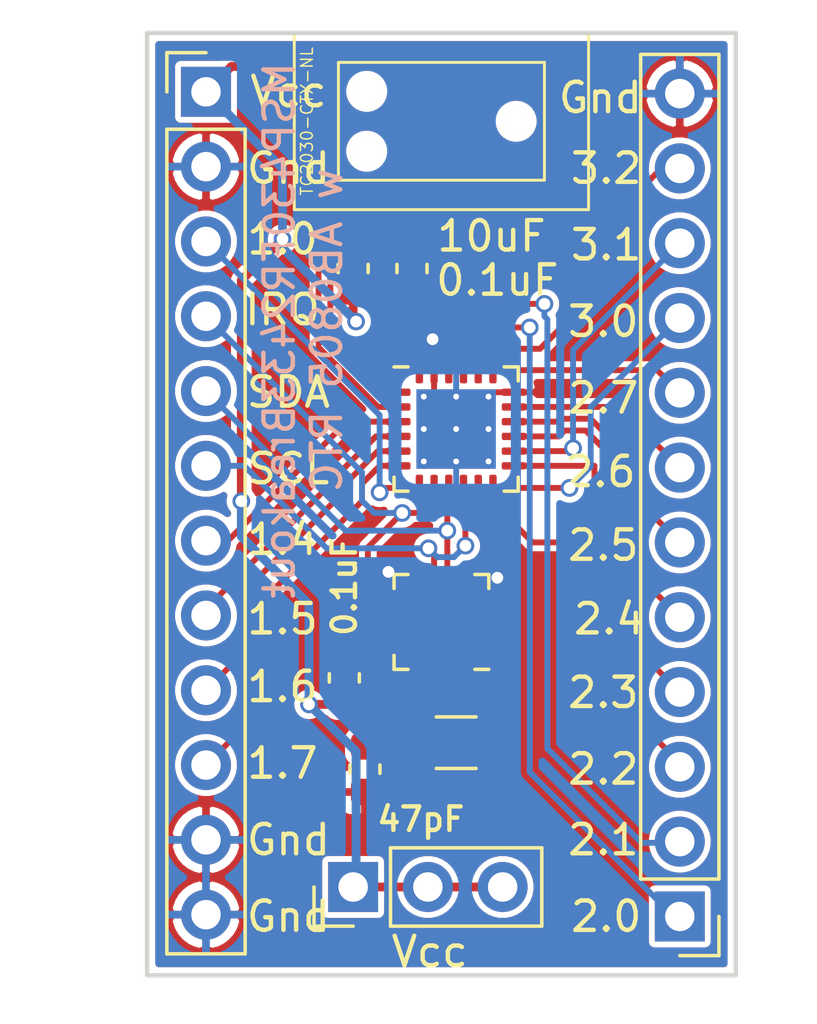
<source format=kicad_pcb>
(kicad_pcb (version 20171130) (host pcbnew 5.1.7-a382d34a8~88~ubuntu16.04.1)

  (general
    (thickness 1.6)
    (drawings 34)
    (tracks 207)
    (zones 0)
    (modules 11)
    (nets 27)
  )

  (page A4)
  (layers
    (0 F.Cu signal)
    (31 B.Cu signal)
    (32 B.Adhes user)
    (33 F.Adhes user)
    (34 B.Paste user)
    (35 F.Paste user)
    (36 B.SilkS user)
    (37 F.SilkS user)
    (38 B.Mask user)
    (39 F.Mask user)
    (40 Dwgs.User user)
    (41 Cmts.User user)
    (42 Eco1.User user)
    (43 Eco2.User user)
    (44 Edge.Cuts user)
    (45 Margin user)
    (46 B.CrtYd user)
    (47 F.CrtYd user)
    (48 B.Fab user)
    (49 F.Fab user)
  )

  (setup
    (last_trace_width 0.2)
    (trace_clearance 0.2)
    (zone_clearance 0.2)
    (zone_45_only no)
    (trace_min 0.2)
    (via_size 0.6)
    (via_drill 0.4)
    (via_min_size 0.4)
    (via_min_drill 0.3)
    (uvia_size 0.3)
    (uvia_drill 0.1)
    (uvias_allowed no)
    (uvia_min_size 0.2)
    (uvia_min_drill 0.1)
    (edge_width 0.1)
    (segment_width 0.2)
    (pcb_text_width 0.3)
    (pcb_text_size 1.5 1.5)
    (mod_edge_width 0.15)
    (mod_text_size 1 1)
    (mod_text_width 0.15)
    (pad_size 1.524 1.524)
    (pad_drill 0.762)
    (pad_to_mask_clearance 0)
    (aux_axis_origin 0 0)
    (visible_elements FFFDFF7F)
    (pcbplotparams
      (layerselection 0x010f8_ffffffff)
      (usegerberextensions false)
      (usegerberattributes true)
      (usegerberadvancedattributes true)
      (creategerberjobfile true)
      (excludeedgelayer true)
      (linewidth 0.100000)
      (plotframeref false)
      (viasonmask false)
      (mode 1)
      (useauxorigin false)
      (hpglpennumber 1)
      (hpglpenspeed 20)
      (hpglpendiameter 15.000000)
      (psnegative false)
      (psa4output false)
      (plotreference true)
      (plotvalue true)
      (plotinvisibletext false)
      (padsonsilk false)
      (subtractmaskfromsilk false)
      (outputformat 1)
      (mirror false)
      (drillshape 0)
      (scaleselection 1)
      (outputdirectory "gerbers"))
  )

  (net 0 "")
  (net 1 GND)
  (net 2 Vcc)
  (net 3 AFilt)
  (net 4 SWDio)
  (net 5 SWClk)
  (net 6 P1.0)
  (net 7 AlarmIRQ)
  (net 8 SDA)
  (net 9 SCL)
  (net 10 P1.4)
  (net 11 P1.5)
  (net 12 P1.6)
  (net 13 P1.7)
  (net 14 P3.2)
  (net 15 P3.1)
  (net 16 P3.0)
  (net 17 P2.7)
  (net 18 P2.6)
  (net 19 P2.5)
  (net 20 P2.4)
  (net 21 P2.3)
  (net 22 P2.2)
  (net 23 P2.1)
  (net 24 P2.0)
  (net 25 Xtal2)
  (net 26 Xtal1)

  (net_class Default "This is the default net class."
    (clearance 0.2)
    (trace_width 0.2)
    (via_dia 0.6)
    (via_drill 0.4)
    (uvia_dia 0.3)
    (uvia_drill 0.1)
    (add_net AFilt)
    (add_net AlarmIRQ)
    (add_net GND)
    (add_net P1.0)
    (add_net P1.4)
    (add_net P1.5)
    (add_net P1.6)
    (add_net P1.7)
    (add_net P2.0)
    (add_net P2.1)
    (add_net P2.2)
    (add_net P2.3)
    (add_net P2.4)
    (add_net P2.5)
    (add_net P2.6)
    (add_net P2.7)
    (add_net P3.0)
    (add_net P3.1)
    (add_net P3.2)
    (add_net SCL)
    (add_net SDA)
    (add_net SWClk)
    (add_net SWDio)
    (add_net Xtal1)
    (add_net Xtal2)
  )

  (net_class Power ""
    (clearance 0.2)
    (trace_width 0.3)
    (via_dia 0.6)
    (via_drill 0.4)
    (uvia_dia 0.3)
    (uvia_drill 0.1)
    (add_net Vcc)
  )

  (module Crystal:Crystal_SMD_3215-2Pin_3.2x1.5mm (layer F.Cu) (tedit 5A0FD1B2) (tstamp 62426C1F)
    (at 101.5 60.1 180)
    (descr "SMD Crystal FC-135 https://support.epson.biz/td/api/doc_check.php?dl=brief_FC-135R_en.pdf")
    (tags "SMD SMT Crystal")
    (path /5AFD8DA1)
    (attr smd)
    (fp_text reference Y1 (at -1.6 -2) (layer F.SilkS) hide
      (effects (font (size 1 1) (thickness 0.15)))
    )
    (fp_text value 32.768kHz (at 0 2) (layer F.Fab)
      (effects (font (size 1 1) (thickness 0.15)))
    )
    (fp_line (start 2 -1.15) (end 2 1.15) (layer F.CrtYd) (width 0.05))
    (fp_line (start -2 -1.15) (end -2 1.15) (layer F.CrtYd) (width 0.05))
    (fp_line (start -2 1.15) (end 2 1.15) (layer F.CrtYd) (width 0.05))
    (fp_line (start -1.6 0.75) (end 1.6 0.75) (layer F.Fab) (width 0.1))
    (fp_line (start -1.6 -0.75) (end 1.6 -0.75) (layer F.Fab) (width 0.1))
    (fp_line (start 1.6 -0.75) (end 1.6 0.75) (layer F.Fab) (width 0.1))
    (fp_line (start -0.675 -0.875) (end 0.675 -0.875) (layer F.SilkS) (width 0.12))
    (fp_line (start -0.675 0.875) (end 0.675 0.875) (layer F.SilkS) (width 0.12))
    (fp_line (start -1.6 -0.75) (end -1.6 0.75) (layer F.Fab) (width 0.1))
    (fp_line (start -2 -1.15) (end 2 -1.15) (layer F.CrtYd) (width 0.05))
    (fp_text user %R (at 0 -2) (layer F.Fab)
      (effects (font (size 1 1) (thickness 0.15)))
    )
    (pad 2 smd rect (at -1.25 0 180) (size 1 1.8) (layers F.Cu F.Paste F.Mask)
      (net 26 Xtal1))
    (pad 1 smd rect (at 1.25 0 180) (size 1 1.8) (layers F.Cu F.Paste F.Mask)
      (net 25 Xtal2))
    (model ${KISYS3DMOD}/Crystal.3dshapes/Crystal_SMD_3215-2Pin_3.2x1.5mm.wrl
      (at (xyz 0 0 0))
      (scale (xyz 1 1 1))
      (rotate (xyz 0 0 0))
    )
  )

  (module Package_DFN_QFN:QFN-24-1EP_4x4mm_P0.5mm_EP2.7x2.7mm_ThermalVias (layer F.Cu) (tedit 5DC5F6A3) (tstamp 62426C17)
    (at 101.5 49.45)
    (descr "QFN, 24 Pin (http://www.alfarzpp.lv/eng/sc/AS3330.pdf), generated with kicad-footprint-generator ipc_noLead_generator.py")
    (tags "QFN NoLead")
    (path /5AFD7AE4)
    (attr smd)
    (fp_text reference U4 (at 0 -3.32) (layer F.SilkS) hide
      (effects (font (size 1 1) (thickness 0.15)))
    )
    (fp_text value Msp430fr2433 (at 0 3.32) (layer F.Fab)
      (effects (font (size 1 1) (thickness 0.15)))
    )
    (fp_line (start 1.635 -2.11) (end 2.11 -2.11) (layer F.SilkS) (width 0.12))
    (fp_line (start 2.11 -2.11) (end 2.11 -1.635) (layer F.SilkS) (width 0.12))
    (fp_line (start -1.635 2.11) (end -2.11 2.11) (layer F.SilkS) (width 0.12))
    (fp_line (start -2.11 2.11) (end -2.11 1.635) (layer F.SilkS) (width 0.12))
    (fp_line (start 1.635 2.11) (end 2.11 2.11) (layer F.SilkS) (width 0.12))
    (fp_line (start 2.11 2.11) (end 2.11 1.635) (layer F.SilkS) (width 0.12))
    (fp_line (start -1.635 -2.11) (end -2.11 -2.11) (layer F.SilkS) (width 0.12))
    (fp_line (start -1 -2) (end 2 -2) (layer F.Fab) (width 0.1))
    (fp_line (start 2 -2) (end 2 2) (layer F.Fab) (width 0.1))
    (fp_line (start 2 2) (end -2 2) (layer F.Fab) (width 0.1))
    (fp_line (start -2 2) (end -2 -1) (layer F.Fab) (width 0.1))
    (fp_line (start -2 -1) (end -1 -2) (layer F.Fab) (width 0.1))
    (fp_line (start -2.62 -2.62) (end -2.62 2.62) (layer F.CrtYd) (width 0.05))
    (fp_line (start -2.62 2.62) (end 2.62 2.62) (layer F.CrtYd) (width 0.05))
    (fp_line (start 2.62 2.62) (end 2.62 -2.62) (layer F.CrtYd) (width 0.05))
    (fp_line (start 2.62 -2.62) (end -2.62 -2.62) (layer F.CrtYd) (width 0.05))
    (fp_text user %R (at 0 0) (layer F.Fab)
      (effects (font (size 1 1) (thickness 0.15)))
    )
    (pad "" smd roundrect (at 0.675 0.675) (size 1.17 1.17) (layers F.Paste) (roundrect_rratio 0.213674358974359))
    (pad "" smd roundrect (at 0.675 -0.675) (size 1.17 1.17) (layers F.Paste) (roundrect_rratio 0.213674358974359))
    (pad "" smd roundrect (at -0.675 0.675) (size 1.17 1.17) (layers F.Paste) (roundrect_rratio 0.213674358974359))
    (pad "" smd roundrect (at -0.675 -0.675) (size 1.17 1.17) (layers F.Paste) (roundrect_rratio 0.213674358974359))
    (pad 25 smd rect (at 0 0) (size 2.7 2.7) (layers B.Cu)
      (net 1 GND))
    (pad 25 thru_hole circle (at 1.1 1.1) (size 0.5 0.5) (drill 0.2) (layers *.Cu)
      (net 1 GND))
    (pad 25 thru_hole circle (at 0 1.1) (size 0.5 0.5) (drill 0.2) (layers *.Cu)
      (net 1 GND))
    (pad 25 thru_hole circle (at -1.1 1.1) (size 0.5 0.5) (drill 0.2) (layers *.Cu)
      (net 1 GND))
    (pad 25 thru_hole circle (at 1.1 0) (size 0.5 0.5) (drill 0.2) (layers *.Cu)
      (net 1 GND))
    (pad 25 thru_hole circle (at 0 0) (size 0.5 0.5) (drill 0.2) (layers *.Cu)
      (net 1 GND))
    (pad 25 thru_hole circle (at -1.1 0) (size 0.5 0.5) (drill 0.2) (layers *.Cu)
      (net 1 GND))
    (pad 25 thru_hole circle (at 1.1 -1.1) (size 0.5 0.5) (drill 0.2) (layers *.Cu)
      (net 1 GND))
    (pad 25 thru_hole circle (at 0 -1.1) (size 0.5 0.5) (drill 0.2) (layers *.Cu)
      (net 1 GND))
    (pad 25 thru_hole circle (at -1.1 -1.1) (size 0.5 0.5) (drill 0.2) (layers *.Cu)
      (net 1 GND))
    (pad 25 smd rect (at 0 0) (size 2.7 2.7) (layers F.Cu F.Mask)
      (net 1 GND))
    (pad 24 smd roundrect (at -1.25 -1.9625) (size 0.25 0.825) (layers F.Cu F.Paste F.Mask) (roundrect_rratio 0.25)
      (net 2 Vcc))
    (pad 23 smd roundrect (at -0.75 -1.9625) (size 0.25 0.825) (layers F.Cu F.Paste F.Mask) (roundrect_rratio 0.25)
      (net 1 GND))
    (pad 22 smd roundrect (at -0.25 -1.9625) (size 0.25 0.825) (layers F.Cu F.Paste F.Mask) (roundrect_rratio 0.25)
      (net 23 P2.1))
    (pad 21 smd roundrect (at 0.25 -1.9625) (size 0.25 0.825) (layers F.Cu F.Paste F.Mask) (roundrect_rratio 0.25)
      (net 24 P2.0))
    (pad 20 smd roundrect (at 0.75 -1.9625) (size 0.25 0.825) (layers F.Cu F.Paste F.Mask) (roundrect_rratio 0.25)
      (net 14 P3.2))
    (pad 19 smd roundrect (at 1.25 -1.9625) (size 0.25 0.825) (layers F.Cu F.Paste F.Mask) (roundrect_rratio 0.25)
      (net 17 P2.7))
    (pad 18 smd roundrect (at 1.9625 -1.25) (size 0.825 0.25) (layers F.Cu F.Paste F.Mask) (roundrect_rratio 0.25)
      (net 1 GND))
    (pad 17 smd roundrect (at 1.9625 -0.75) (size 0.825 0.25) (layers F.Cu F.Paste F.Mask) (roundrect_rratio 0.25)
      (net 18 P2.6))
    (pad 16 smd roundrect (at 1.9625 -0.25) (size 0.825 0.25) (layers F.Cu F.Paste F.Mask) (roundrect_rratio 0.25)
      (net 19 P2.5))
    (pad 15 smd roundrect (at 1.9625 0.25) (size 0.825 0.25) (layers F.Cu F.Paste F.Mask) (roundrect_rratio 0.25)
      (net 20 P2.4))
    (pad 14 smd roundrect (at 1.9625 0.75) (size 0.825 0.25) (layers F.Cu F.Paste F.Mask) (roundrect_rratio 0.25)
      (net 15 P3.1))
    (pad 13 smd roundrect (at 1.9625 1.25) (size 0.825 0.25) (layers F.Cu F.Paste F.Mask) (roundrect_rratio 0.25)
      (net 21 P2.3))
    (pad 12 smd roundrect (at 1.25 1.9625) (size 0.25 0.825) (layers F.Cu F.Paste F.Mask) (roundrect_rratio 0.25)
      (net 16 P3.0))
    (pad 11 smd roundrect (at 0.75 1.9625) (size 0.25 0.825) (layers F.Cu F.Paste F.Mask) (roundrect_rratio 0.25)
      (net 22 P2.2))
    (pad 10 smd roundrect (at 0.25 1.9625) (size 0.25 0.825) (layers F.Cu F.Paste F.Mask) (roundrect_rratio 0.25)
      (net 9 SCL))
    (pad 9 smd roundrect (at -0.25 1.9625) (size 0.25 0.825) (layers F.Cu F.Paste F.Mask) (roundrect_rratio 0.25)
      (net 8 SDA))
    (pad 8 smd roundrect (at -0.75 1.9625) (size 0.25 0.825) (layers F.Cu F.Paste F.Mask) (roundrect_rratio 0.25)
      (net 7 AlarmIRQ))
    (pad 7 smd roundrect (at -1.25 1.9625) (size 0.25 0.825) (layers F.Cu F.Paste F.Mask) (roundrect_rratio 0.25)
      (net 6 P1.0))
    (pad 6 smd roundrect (at -1.9625 1.25) (size 0.825 0.25) (layers F.Cu F.Paste F.Mask) (roundrect_rratio 0.25)
      (net 13 P1.7))
    (pad 5 smd roundrect (at -1.9625 0.75) (size 0.825 0.25) (layers F.Cu F.Paste F.Mask) (roundrect_rratio 0.25)
      (net 12 P1.6))
    (pad 4 smd roundrect (at -1.9625 0.25) (size 0.825 0.25) (layers F.Cu F.Paste F.Mask) (roundrect_rratio 0.25)
      (net 11 P1.5))
    (pad 3 smd roundrect (at -1.9625 -0.25) (size 0.825 0.25) (layers F.Cu F.Paste F.Mask) (roundrect_rratio 0.25)
      (net 10 P1.4))
    (pad 2 smd roundrect (at -1.9625 -0.75) (size 0.825 0.25) (layers F.Cu F.Paste F.Mask) (roundrect_rratio 0.25)
      (net 5 SWClk))
    (pad 1 smd roundrect (at -1.9625 -1.25) (size 0.825 0.25) (layers F.Cu F.Paste F.Mask) (roundrect_rratio 0.25)
      (net 4 SWDio))
    (model ${KISYS3DMOD}/Package_DFN_QFN.3dshapes/QFN-24-1EP_4x4mm_P0.5mm_EP2.7x2.7mm.wrl
      (at (xyz 0 0 0))
      (scale (xyz 1 1 1))
      (rotate (xyz 0 0 0))
    )
  )

  (module Package_DFN_QFN:QFN-16-1EP_3x3mm_P0.5mm_EP1.75x1.75mm (layer F.Cu) (tedit 5DC5F6A3) (tstamp 62426BF0)
    (at 101 56 180)
    (descr "QFN, 16 Pin (https://www.onsemi.com/pub/Collateral/NCN4555-D.PDF), generated with kicad-footprint-generator ipc_noLead_generator.py")
    (tags "QFN NoLead")
    (path /5AFD825A)
    (attr smd)
    (fp_text reference U1 (at 0 -2.8) (layer F.SilkS) hide
      (effects (font (size 1 1) (thickness 0.15)))
    )
    (fp_text value AB0805 (at 0 2.8) (layer F.Fab)
      (effects (font (size 1 1) (thickness 0.15)))
    )
    (fp_line (start 1.135 -1.61) (end 1.61 -1.61) (layer F.SilkS) (width 0.12))
    (fp_line (start 1.61 -1.61) (end 1.61 -1.135) (layer F.SilkS) (width 0.12))
    (fp_line (start -1.135 1.61) (end -1.61 1.61) (layer F.SilkS) (width 0.12))
    (fp_line (start -1.61 1.61) (end -1.61 1.135) (layer F.SilkS) (width 0.12))
    (fp_line (start 1.135 1.61) (end 1.61 1.61) (layer F.SilkS) (width 0.12))
    (fp_line (start 1.61 1.61) (end 1.61 1.135) (layer F.SilkS) (width 0.12))
    (fp_line (start -1.135 -1.61) (end -1.61 -1.61) (layer F.SilkS) (width 0.12))
    (fp_line (start -0.75 -1.5) (end 1.5 -1.5) (layer F.Fab) (width 0.1))
    (fp_line (start 1.5 -1.5) (end 1.5 1.5) (layer F.Fab) (width 0.1))
    (fp_line (start 1.5 1.5) (end -1.5 1.5) (layer F.Fab) (width 0.1))
    (fp_line (start -1.5 1.5) (end -1.5 -0.75) (layer F.Fab) (width 0.1))
    (fp_line (start -1.5 -0.75) (end -0.75 -1.5) (layer F.Fab) (width 0.1))
    (fp_line (start -2.1 -2.1) (end -2.1 2.1) (layer F.CrtYd) (width 0.05))
    (fp_line (start -2.1 2.1) (end 2.1 2.1) (layer F.CrtYd) (width 0.05))
    (fp_line (start 2.1 2.1) (end 2.1 -2.1) (layer F.CrtYd) (width 0.05))
    (fp_line (start 2.1 -2.1) (end -2.1 -2.1) (layer F.CrtYd) (width 0.05))
    (fp_text user %R (at 0 0) (layer F.Fab)
      (effects (font (size 0.75 0.75) (thickness 0.11)))
    )
    (pad "" smd roundrect (at 0.44 0.44 180) (size 0.71 0.71) (layers F.Paste) (roundrect_rratio 0.25))
    (pad "" smd roundrect (at 0.44 -0.44 180) (size 0.71 0.71) (layers F.Paste) (roundrect_rratio 0.25))
    (pad "" smd roundrect (at -0.44 0.44 180) (size 0.71 0.71) (layers F.Paste) (roundrect_rratio 0.25))
    (pad "" smd roundrect (at -0.44 -0.44 180) (size 0.71 0.71) (layers F.Paste) (roundrect_rratio 0.25))
    (pad 17 smd rect (at 0 0 180) (size 1.75 1.75) (layers F.Cu F.Mask)
      (net 1 GND))
    (pad 16 smd roundrect (at -0.75 -1.4625 180) (size 0.25 0.775) (layers F.Cu F.Paste F.Mask) (roundrect_rratio 0.25)
      (net 26 Xtal1))
    (pad 15 smd roundrect (at -0.25 -1.4625 180) (size 0.25 0.775) (layers F.Cu F.Paste F.Mask) (roundrect_rratio 0.25)
      (net 25 Xtal2))
    (pad 14 smd roundrect (at 0.25 -1.4625 180) (size 0.25 0.775) (layers F.Cu F.Paste F.Mask) (roundrect_rratio 0.25)
      (net 3 AFilt))
    (pad 13 smd roundrect (at 0.75 -1.4625 180) (size 0.25 0.775) (layers F.Cu F.Paste F.Mask) (roundrect_rratio 0.25)
      (net 2 Vcc))
    (pad 12 smd roundrect (at 1.4625 -0.75 180) (size 0.775 0.25) (layers F.Cu F.Paste F.Mask) (roundrect_rratio 0.25))
    (pad 11 smd roundrect (at 1.4625 -0.25 180) (size 0.775 0.25) (layers F.Cu F.Paste F.Mask) (roundrect_rratio 0.25)
      (net 7 AlarmIRQ))
    (pad 10 smd roundrect (at 1.4625 0.25 180) (size 0.775 0.25) (layers F.Cu F.Paste F.Mask) (roundrect_rratio 0.25)
      (net 1 GND))
    (pad 9 smd roundrect (at 1.4625 0.75 180) (size 0.775 0.25) (layers F.Cu F.Paste F.Mask) (roundrect_rratio 0.25)
      (net 1 GND))
    (pad 8 smd roundrect (at 0.75 1.4625 180) (size 0.25 0.775) (layers F.Cu F.Paste F.Mask) (roundrect_rratio 0.25))
    (pad 7 smd roundrect (at 0.25 1.4625 180) (size 0.25 0.775) (layers F.Cu F.Paste F.Mask) (roundrect_rratio 0.25)
      (net 9 SCL))
    (pad 6 smd roundrect (at -0.25 1.4625 180) (size 0.25 0.775) (layers F.Cu F.Paste F.Mask) (roundrect_rratio 0.25)
      (net 8 SDA))
    (pad 5 smd roundrect (at -0.75 1.4625 180) (size 0.25 0.775) (layers F.Cu F.Paste F.Mask) (roundrect_rratio 0.25)
      (net 1 GND))
    (pad 4 smd roundrect (at -1.4625 0.75 180) (size 0.775 0.25) (layers F.Cu F.Paste F.Mask) (roundrect_rratio 0.25))
    (pad 3 smd roundrect (at -1.4625 0.25 180) (size 0.775 0.25) (layers F.Cu F.Paste F.Mask) (roundrect_rratio 0.25))
    (pad 2 smd roundrect (at -1.4625 -0.25 180) (size 0.775 0.25) (layers F.Cu F.Paste F.Mask) (roundrect_rratio 0.25)
      (net 1 GND))
    (pad 1 smd roundrect (at -1.4625 -0.75 180) (size 0.775 0.25) (layers F.Cu F.Paste F.Mask) (roundrect_rratio 0.25))
    (model ${KISYS3DMOD}/Package_DFN_QFN.3dshapes/QFN-16-1EP_3x3mm_P0.5mm_EP1.75x1.75mm.wrl
      (at (xyz 0 0 0))
      (scale (xyz 1 1 1))
      (rotate (xyz 0 0 0))
    )
  )

  (module Capacitor_SMD:C_0603_1608Metric (layer F.Cu) (tedit 5F68FEEE) (tstamp 624369CF)
    (at 97.7 57.9 90)
    (descr "Capacitor SMD 0603 (1608 Metric), square (rectangular) end terminal, IPC_7351 nominal, (Body size source: IPC-SM-782 page 76, https://www.pcb-3d.com/wordpress/wp-content/uploads/ipc-sm-782a_amendment_1_and_2.pdf), generated with kicad-footprint-generator")
    (tags capacitor)
    (path /5B008E7C)
    (attr smd)
    (fp_text reference Cby1 (at 0 -1.43 90) (layer F.SilkS) hide
      (effects (font (size 1 1) (thickness 0.15)))
    )
    (fp_text value 0.1uF (at 0 1.43 90) (layer F.Fab)
      (effects (font (size 1 1) (thickness 0.15)))
    )
    (fp_line (start 1.48 0.73) (end -1.48 0.73) (layer F.CrtYd) (width 0.05))
    (fp_line (start 1.48 -0.73) (end 1.48 0.73) (layer F.CrtYd) (width 0.05))
    (fp_line (start -1.48 -0.73) (end 1.48 -0.73) (layer F.CrtYd) (width 0.05))
    (fp_line (start -1.48 0.73) (end -1.48 -0.73) (layer F.CrtYd) (width 0.05))
    (fp_line (start -0.14058 0.51) (end 0.14058 0.51) (layer F.SilkS) (width 0.12))
    (fp_line (start -0.14058 -0.51) (end 0.14058 -0.51) (layer F.SilkS) (width 0.12))
    (fp_line (start 0.8 0.4) (end -0.8 0.4) (layer F.Fab) (width 0.1))
    (fp_line (start 0.8 -0.4) (end 0.8 0.4) (layer F.Fab) (width 0.1))
    (fp_line (start -0.8 -0.4) (end 0.8 -0.4) (layer F.Fab) (width 0.1))
    (fp_line (start -0.8 0.4) (end -0.8 -0.4) (layer F.Fab) (width 0.1))
    (fp_text user %R (at 0 0 90) (layer F.Fab)
      (effects (font (size 0.4 0.4) (thickness 0.06)))
    )
    (pad 2 smd roundrect (at 0.775 0 90) (size 0.9 0.95) (layers F.Cu F.Paste F.Mask) (roundrect_rratio 0.25)
      (net 1 GND))
    (pad 1 smd roundrect (at -0.775 0 90) (size 0.9 0.95) (layers F.Cu F.Paste F.Mask) (roundrect_rratio 0.25)
      (net 2 Vcc))
    (model ${KISYS3DMOD}/Capacitor_SMD.3dshapes/C_0603_1608Metric.wrl
      (at (xyz 0 0 0))
      (scale (xyz 1 1 1))
      (rotate (xyz 0 0 0))
    )
  )

  (module Capacitor_SMD:C_0603_1608Metric (layer F.Cu) (tedit 5F68FEEE) (tstamp 62426B3D)
    (at 100 44 90)
    (descr "Capacitor SMD 0603 (1608 Metric), square (rectangular) end terminal, IPC_7351 nominal, (Body size source: IPC-SM-782 page 76, https://www.pcb-3d.com/wordpress/wp-content/uploads/ipc-sm-782a_amendment_1_and_2.pdf), generated with kicad-footprint-generator")
    (tags capacitor)
    (path /5B097115)
    (attr smd)
    (fp_text reference Cby2 (at 0 -1.43 90) (layer F.SilkS) hide
      (effects (font (size 1 1) (thickness 0.15)))
    )
    (fp_text value 0.1uF (at 0 1.43 90) (layer F.Fab)
      (effects (font (size 1 1) (thickness 0.15)))
    )
    (fp_line (start 1.48 0.73) (end -1.48 0.73) (layer F.CrtYd) (width 0.05))
    (fp_line (start 1.48 -0.73) (end 1.48 0.73) (layer F.CrtYd) (width 0.05))
    (fp_line (start -1.48 -0.73) (end 1.48 -0.73) (layer F.CrtYd) (width 0.05))
    (fp_line (start -1.48 0.73) (end -1.48 -0.73) (layer F.CrtYd) (width 0.05))
    (fp_line (start -0.14058 0.51) (end 0.14058 0.51) (layer F.SilkS) (width 0.12))
    (fp_line (start -0.14058 -0.51) (end 0.14058 -0.51) (layer F.SilkS) (width 0.12))
    (fp_line (start 0.8 0.4) (end -0.8 0.4) (layer F.Fab) (width 0.1))
    (fp_line (start 0.8 -0.4) (end 0.8 0.4) (layer F.Fab) (width 0.1))
    (fp_line (start -0.8 -0.4) (end 0.8 -0.4) (layer F.Fab) (width 0.1))
    (fp_line (start -0.8 0.4) (end -0.8 -0.4) (layer F.Fab) (width 0.1))
    (fp_text user %R (at 0 0 90) (layer F.Fab)
      (effects (font (size 0.4 0.4) (thickness 0.06)))
    )
    (pad 2 smd roundrect (at 0.775 0 90) (size 0.9 0.95) (layers F.Cu F.Paste F.Mask) (roundrect_rratio 0.25)
      (net 1 GND))
    (pad 1 smd roundrect (at -0.775 0 90) (size 0.9 0.95) (layers F.Cu F.Paste F.Mask) (roundrect_rratio 0.25)
      (net 2 Vcc))
    (model ${KISYS3DMOD}/Capacitor_SMD.3dshapes/C_0603_1608Metric.wrl
      (at (xyz 0 0 0))
      (scale (xyz 1 1 1))
      (rotate (xyz 0 0 0))
    )
  )

  (module Capacitor_SMD:C_0603_1608Metric (layer F.Cu) (tedit 5F68FEEE) (tstamp 62426B4E)
    (at 98 44 90)
    (descr "Capacitor SMD 0603 (1608 Metric), square (rectangular) end terminal, IPC_7351 nominal, (Body size source: IPC-SM-782 page 76, https://www.pcb-3d.com/wordpress/wp-content/uploads/ipc-sm-782a_amendment_1_and_2.pdf), generated with kicad-footprint-generator")
    (tags capacitor)
    (path /5B096EF1)
    (attr smd)
    (fp_text reference Cby3 (at 0 -1.43 90) (layer F.SilkS) hide
      (effects (font (size 1 1) (thickness 0.15)))
    )
    (fp_text value 10uF (at 0 1.43 90) (layer F.Fab)
      (effects (font (size 1 1) (thickness 0.15)))
    )
    (fp_line (start -0.8 0.4) (end -0.8 -0.4) (layer F.Fab) (width 0.1))
    (fp_line (start -0.8 -0.4) (end 0.8 -0.4) (layer F.Fab) (width 0.1))
    (fp_line (start 0.8 -0.4) (end 0.8 0.4) (layer F.Fab) (width 0.1))
    (fp_line (start 0.8 0.4) (end -0.8 0.4) (layer F.Fab) (width 0.1))
    (fp_line (start -0.14058 -0.51) (end 0.14058 -0.51) (layer F.SilkS) (width 0.12))
    (fp_line (start -0.14058 0.51) (end 0.14058 0.51) (layer F.SilkS) (width 0.12))
    (fp_line (start -1.48 0.73) (end -1.48 -0.73) (layer F.CrtYd) (width 0.05))
    (fp_line (start -1.48 -0.73) (end 1.48 -0.73) (layer F.CrtYd) (width 0.05))
    (fp_line (start 1.48 -0.73) (end 1.48 0.73) (layer F.CrtYd) (width 0.05))
    (fp_line (start 1.48 0.73) (end -1.48 0.73) (layer F.CrtYd) (width 0.05))
    (fp_text user %R (at 0 0 90) (layer F.Fab)
      (effects (font (size 0.4 0.4) (thickness 0.06)))
    )
    (pad 1 smd roundrect (at -0.775 0 90) (size 0.9 0.95) (layers F.Cu F.Paste F.Mask) (roundrect_rratio 0.25)
      (net 2 Vcc))
    (pad 2 smd roundrect (at 0.775 0 90) (size 0.9 0.95) (layers F.Cu F.Paste F.Mask) (roundrect_rratio 0.25)
      (net 1 GND))
    (model ${KISYS3DMOD}/Capacitor_SMD.3dshapes/C_0603_1608Metric.wrl
      (at (xyz 0 0 0))
      (scale (xyz 1 1 1))
      (rotate (xyz 0 0 0))
    )
  )

  (module Capacitor_SMD:C_0603_1608Metric (layer F.Cu) (tedit 5F68FEEE) (tstamp 62426E43)
    (at 98.4 61 270)
    (descr "Capacitor SMD 0603 (1608 Metric), square (rectangular) end terminal, IPC_7351 nominal, (Body size source: IPC-SM-782 page 76, https://www.pcb-3d.com/wordpress/wp-content/uploads/ipc-sm-782a_amendment_1_and_2.pdf), generated with kicad-footprint-generator")
    (tags capacitor)
    (path /5AFD896D)
    (attr smd)
    (fp_text reference Cf1 (at 0 -1.43 90) (layer F.SilkS) hide
      (effects (font (size 1 1) (thickness 0.15)))
    )
    (fp_text value 47pF (at 0 1.43 90) (layer F.Fab)
      (effects (font (size 1 1) (thickness 0.15)))
    )
    (fp_line (start -0.8 0.4) (end -0.8 -0.4) (layer F.Fab) (width 0.1))
    (fp_line (start -0.8 -0.4) (end 0.8 -0.4) (layer F.Fab) (width 0.1))
    (fp_line (start 0.8 -0.4) (end 0.8 0.4) (layer F.Fab) (width 0.1))
    (fp_line (start 0.8 0.4) (end -0.8 0.4) (layer F.Fab) (width 0.1))
    (fp_line (start -0.14058 -0.51) (end 0.14058 -0.51) (layer F.SilkS) (width 0.12))
    (fp_line (start -0.14058 0.51) (end 0.14058 0.51) (layer F.SilkS) (width 0.12))
    (fp_line (start -1.48 0.73) (end -1.48 -0.73) (layer F.CrtYd) (width 0.05))
    (fp_line (start -1.48 -0.73) (end 1.48 -0.73) (layer F.CrtYd) (width 0.05))
    (fp_line (start 1.48 -0.73) (end 1.48 0.73) (layer F.CrtYd) (width 0.05))
    (fp_line (start 1.48 0.73) (end -1.48 0.73) (layer F.CrtYd) (width 0.05))
    (fp_text user %R (at 0 0 90) (layer F.Fab)
      (effects (font (size 0.4 0.4) (thickness 0.06)))
    )
    (pad 1 smd roundrect (at -0.775 0 270) (size 0.9 0.95) (layers F.Cu F.Paste F.Mask) (roundrect_rratio 0.25)
      (net 3 AFilt))
    (pad 2 smd roundrect (at 0.775 0 270) (size 0.9 0.95) (layers F.Cu F.Paste F.Mask) (roundrect_rratio 0.25)
      (net 1 GND))
    (model ${KISYS3DMOD}/Capacitor_SMD.3dshapes/C_0603_1608Metric.wrl
      (at (xyz 0 0 0))
      (scale (xyz 1 1 1))
      (rotate (xyz 0 0 0))
    )
  )

  (module myFootprints:TC2030-CTX-NL (layer F.Cu) (tedit 59C7D319) (tstamp 62426B78)
    (at 101 39 270)
    (descr "Tag Connect small footprint SWD connector ( No Leg version )")
    (path /5B00974D)
    (solder_paste_ratio -0.5)
    (clearance 0.2)
    (attr virtual)
    (fp_text reference CON1 (at 0 4.064 90) (layer F.SilkS) hide
      (effects (font (size 0.4 0.4) (thickness 0.05)))
    )
    (fp_text value TC2030-CTX-NL (at 0 4.572 90) (layer F.SilkS)
      (effects (font (size 0.4 0.4) (thickness 0.05)))
    )
    (fp_line (start -3 5) (end 3 5) (layer F.SilkS) (width 0.1))
    (fp_line (start 2 -3.5) (end 2 3.5) (layer F.SilkS) (width 0.1))
    (fp_line (start -2 -3.5) (end -2 3.5) (layer F.SilkS) (width 0.1))
    (fp_line (start -3 -5) (end 3 -5) (layer F.SilkS) (width 0.1))
    (fp_line (start -2 3.5) (end 2 3.5) (layer F.SilkS) (width 0.1))
    (fp_line (start -2 -3.5) (end 2 -3.5) (layer F.SilkS) (width 0.1))
    (fp_line (start -3 5) (end -3 -5) (layer F.SilkS) (width 0.1))
    (fp_line (start 3 -5) (end 3 5) (layer F.SilkS) (width 0.1))
    (fp_line (start -0.635 -1.27) (end 0.635 -1.27) (layer Cmts.User) (width 0.15))
    (fp_line (start 0.635 -1.27) (end 0.635 1.27) (layer Cmts.User) (width 0.15))
    (fp_line (start 0.635 1.27) (end -0.635 1.27) (layer Cmts.User) (width 0.15))
    (fp_line (start -0.635 1.27) (end -0.635 -1.27) (layer Cmts.User) (width 0.15))
    (pad 1 smd circle (at -0.635 -1.27 270) (size 0.787 0.787) (layers F.Cu F.Mask)
      (net 2 Vcc))
    (pad 2 smd circle (at 0.635 -1.27 270) (size 0.787 0.787) (layers F.Cu F.Mask)
      (net 4 SWDio))
    (pad 3 smd circle (at -0.635 0 270) (size 0.787 0.787) (layers F.Cu F.Mask))
    (pad 4 smd circle (at 0.635 0 270) (size 0.787 0.787) (layers F.Cu F.Mask)
      (net 5 SWClk))
    (pad 5 smd circle (at -0.635 1.27 270) (size 0.787 0.787) (layers F.Cu F.Mask)
      (net 1 GND))
    (pad 6 smd circle (at 0.635 1.27 270) (size 0.787 0.787) (layers F.Cu F.Mask))
    (pad "" np_thru_hole circle (at 0 -2.54 270) (size 0.991 0.991) (drill 0.991) (layers *.Cu *.Mask F.SilkS))
    (pad "" np_thru_hole circle (at -1.016 2.54 270) (size 0.991 0.991) (drill 0.991) (layers *.Cu *.Mask F.SilkS))
    (pad "" np_thru_hole circle (at 1.016 2.54 270) (size 0.991 0.991) (drill 0.991) (layers *.Cu *.Mask F.SilkS))
  )

  (module Connector_PinHeader_2.54mm:PinHeader_1x12_P2.54mm_Vertical (layer F.Cu) (tedit 59FED5CC) (tstamp 62426B98)
    (at 93 38)
    (descr "Through hole straight pin header, 1x12, 2.54mm pitch, single row")
    (tags "Through hole pin header THT 1x12 2.54mm single row")
    (path /62421555)
    (fp_text reference J1 (at 0 -2.33) (layer F.SilkS) hide
      (effects (font (size 1 1) (thickness 0.15)))
    )
    (fp_text value Conn_01x12 (at 0 30.27) (layer F.Fab)
      (effects (font (size 1 1) (thickness 0.15)))
    )
    (fp_line (start -0.635 -1.27) (end 1.27 -1.27) (layer F.Fab) (width 0.1))
    (fp_line (start 1.27 -1.27) (end 1.27 29.21) (layer F.Fab) (width 0.1))
    (fp_line (start 1.27 29.21) (end -1.27 29.21) (layer F.Fab) (width 0.1))
    (fp_line (start -1.27 29.21) (end -1.27 -0.635) (layer F.Fab) (width 0.1))
    (fp_line (start -1.27 -0.635) (end -0.635 -1.27) (layer F.Fab) (width 0.1))
    (fp_line (start -1.33 29.27) (end 1.33 29.27) (layer F.SilkS) (width 0.12))
    (fp_line (start -1.33 1.27) (end -1.33 29.27) (layer F.SilkS) (width 0.12))
    (fp_line (start 1.33 1.27) (end 1.33 29.27) (layer F.SilkS) (width 0.12))
    (fp_line (start -1.33 1.27) (end 1.33 1.27) (layer F.SilkS) (width 0.12))
    (fp_line (start -1.33 0) (end -1.33 -1.33) (layer F.SilkS) (width 0.12))
    (fp_line (start -1.33 -1.33) (end 0 -1.33) (layer F.SilkS) (width 0.12))
    (fp_line (start -1.8 -1.8) (end -1.8 29.75) (layer F.CrtYd) (width 0.05))
    (fp_line (start -1.8 29.75) (end 1.8 29.75) (layer F.CrtYd) (width 0.05))
    (fp_line (start 1.8 29.75) (end 1.8 -1.8) (layer F.CrtYd) (width 0.05))
    (fp_line (start 1.8 -1.8) (end -1.8 -1.8) (layer F.CrtYd) (width 0.05))
    (fp_text user %R (at 0 13.97 90) (layer F.Fab)
      (effects (font (size 1 1) (thickness 0.15)))
    )
    (pad 1 thru_hole rect (at 0 0) (size 1.7 1.7) (drill 1) (layers *.Cu *.Mask)
      (net 2 Vcc))
    (pad 2 thru_hole oval (at 0 2.54) (size 1.7 1.7) (drill 1) (layers *.Cu *.Mask)
      (net 1 GND))
    (pad 3 thru_hole oval (at 0 5.08) (size 1.7 1.7) (drill 1) (layers *.Cu *.Mask)
      (net 6 P1.0))
    (pad 4 thru_hole oval (at 0 7.62) (size 1.7 1.7) (drill 1) (layers *.Cu *.Mask)
      (net 7 AlarmIRQ))
    (pad 5 thru_hole oval (at 0 10.16) (size 1.7 1.7) (drill 1) (layers *.Cu *.Mask)
      (net 8 SDA))
    (pad 6 thru_hole oval (at 0 12.7) (size 1.7 1.7) (drill 1) (layers *.Cu *.Mask)
      (net 9 SCL))
    (pad 7 thru_hole oval (at 0 15.24) (size 1.7 1.7) (drill 1) (layers *.Cu *.Mask)
      (net 10 P1.4))
    (pad 8 thru_hole oval (at 0 17.78) (size 1.7 1.7) (drill 1) (layers *.Cu *.Mask)
      (net 11 P1.5))
    (pad 9 thru_hole oval (at 0 20.32) (size 1.7 1.7) (drill 1) (layers *.Cu *.Mask)
      (net 12 P1.6))
    (pad 10 thru_hole oval (at 0 22.86) (size 1.7 1.7) (drill 1) (layers *.Cu *.Mask)
      (net 13 P1.7))
    (pad 11 thru_hole oval (at 0 25.4) (size 1.7 1.7) (drill 1) (layers *.Cu *.Mask)
      (net 1 GND))
    (pad 12 thru_hole oval (at 0 27.94) (size 1.7 1.7) (drill 1) (layers *.Cu *.Mask)
      (net 1 GND))
    (model ${KISYS3DMOD}/Connector_PinHeader_2.54mm.3dshapes/PinHeader_1x12_P2.54mm_Vertical.wrl
      (at (xyz 0 0 0))
      (scale (xyz 1 1 1))
      (rotate (xyz 0 0 0))
    )
  )

  (module Connector_PinHeader_2.54mm:PinHeader_1x12_P2.54mm_Vertical (layer F.Cu) (tedit 59FED5CC) (tstamp 62426BB8)
    (at 109.1 66 180)
    (descr "Through hole straight pin header, 1x12, 2.54mm pitch, single row")
    (tags "Through hole pin header THT 1x12 2.54mm single row")
    (path /62422DC4)
    (fp_text reference J2 (at 3.1 0) (layer F.SilkS) hide
      (effects (font (size 1 1) (thickness 0.15)))
    )
    (fp_text value Conn_01x12 (at 0 30.27) (layer F.Fab)
      (effects (font (size 1 1) (thickness 0.15)))
    )
    (fp_line (start 1.8 -1.8) (end -1.8 -1.8) (layer F.CrtYd) (width 0.05))
    (fp_line (start 1.8 29.75) (end 1.8 -1.8) (layer F.CrtYd) (width 0.05))
    (fp_line (start -1.8 29.75) (end 1.8 29.75) (layer F.CrtYd) (width 0.05))
    (fp_line (start -1.8 -1.8) (end -1.8 29.75) (layer F.CrtYd) (width 0.05))
    (fp_line (start -1.33 -1.33) (end 0 -1.33) (layer F.SilkS) (width 0.12))
    (fp_line (start -1.33 0) (end -1.33 -1.33) (layer F.SilkS) (width 0.12))
    (fp_line (start -1.33 1.27) (end 1.33 1.27) (layer F.SilkS) (width 0.12))
    (fp_line (start 1.33 1.27) (end 1.33 29.27) (layer F.SilkS) (width 0.12))
    (fp_line (start -1.33 1.27) (end -1.33 29.27) (layer F.SilkS) (width 0.12))
    (fp_line (start -1.33 29.27) (end 1.33 29.27) (layer F.SilkS) (width 0.12))
    (fp_line (start -1.27 -0.635) (end -0.635 -1.27) (layer F.Fab) (width 0.1))
    (fp_line (start -1.27 29.21) (end -1.27 -0.635) (layer F.Fab) (width 0.1))
    (fp_line (start 1.27 29.21) (end -1.27 29.21) (layer F.Fab) (width 0.1))
    (fp_line (start 1.27 -1.27) (end 1.27 29.21) (layer F.Fab) (width 0.1))
    (fp_line (start -0.635 -1.27) (end 1.27 -1.27) (layer F.Fab) (width 0.1))
    (fp_text user %R (at 0 13.97 90) (layer F.Fab)
      (effects (font (size 1 1) (thickness 0.15)))
    )
    (pad 12 thru_hole oval (at 0 27.94 180) (size 1.7 1.7) (drill 1) (layers *.Cu *.Mask)
      (net 1 GND))
    (pad 11 thru_hole oval (at 0 25.4 180) (size 1.7 1.7) (drill 1) (layers *.Cu *.Mask)
      (net 14 P3.2))
    (pad 10 thru_hole oval (at 0 22.86 180) (size 1.7 1.7) (drill 1) (layers *.Cu *.Mask)
      (net 15 P3.1))
    (pad 9 thru_hole oval (at 0 20.32 180) (size 1.7 1.7) (drill 1) (layers *.Cu *.Mask)
      (net 16 P3.0))
    (pad 8 thru_hole oval (at 0 17.78 180) (size 1.7 1.7) (drill 1) (layers *.Cu *.Mask)
      (net 17 P2.7))
    (pad 7 thru_hole oval (at 0 15.24 180) (size 1.7 1.7) (drill 1) (layers *.Cu *.Mask)
      (net 18 P2.6))
    (pad 6 thru_hole oval (at 0 12.7 180) (size 1.7 1.7) (drill 1) (layers *.Cu *.Mask)
      (net 19 P2.5))
    (pad 5 thru_hole oval (at 0 10.16 180) (size 1.7 1.7) (drill 1) (layers *.Cu *.Mask)
      (net 20 P2.4))
    (pad 4 thru_hole oval (at 0 7.62 180) (size 1.7 1.7) (drill 1) (layers *.Cu *.Mask)
      (net 21 P2.3))
    (pad 3 thru_hole oval (at 0 5.08 180) (size 1.7 1.7) (drill 1) (layers *.Cu *.Mask)
      (net 22 P2.2))
    (pad 2 thru_hole oval (at 0 2.54 180) (size 1.7 1.7) (drill 1) (layers *.Cu *.Mask)
      (net 23 P2.1))
    (pad 1 thru_hole rect (at 0 0 180) (size 1.7 1.7) (drill 1) (layers *.Cu *.Mask)
      (net 24 P2.0))
    (model ${KISYS3DMOD}/Connector_PinHeader_2.54mm.3dshapes/PinHeader_1x12_P2.54mm_Vertical.wrl
      (at (xyz 0 0 0))
      (scale (xyz 1 1 1))
      (rotate (xyz 0 0 0))
    )
  )

  (module Connector_PinHeader_2.54mm:PinHeader_1x03_P2.54mm_Vertical (layer F.Cu) (tedit 59FED5CC) (tstamp 62426BCF)
    (at 98 65 90)
    (descr "Through hole straight pin header, 1x03, 2.54mm pitch, single row")
    (tags "Through hole pin header THT 1x03 2.54mm single row")
    (path /6242BF33)
    (fp_text reference J3 (at 0 -2.33 90) (layer F.SilkS) hide
      (effects (font (size 1 1) (thickness 0.15)))
    )
    (fp_text value Conn_01x03 (at 0 7.41 90) (layer F.Fab)
      (effects (font (size 1 1) (thickness 0.15)))
    )
    (fp_line (start -0.635 -1.27) (end 1.27 -1.27) (layer F.Fab) (width 0.1))
    (fp_line (start 1.27 -1.27) (end 1.27 6.35) (layer F.Fab) (width 0.1))
    (fp_line (start 1.27 6.35) (end -1.27 6.35) (layer F.Fab) (width 0.1))
    (fp_line (start -1.27 6.35) (end -1.27 -0.635) (layer F.Fab) (width 0.1))
    (fp_line (start -1.27 -0.635) (end -0.635 -1.27) (layer F.Fab) (width 0.1))
    (fp_line (start -1.33 6.41) (end 1.33 6.41) (layer F.SilkS) (width 0.12))
    (fp_line (start -1.33 1.27) (end -1.33 6.41) (layer F.SilkS) (width 0.12))
    (fp_line (start 1.33 1.27) (end 1.33 6.41) (layer F.SilkS) (width 0.12))
    (fp_line (start -1.33 1.27) (end 1.33 1.27) (layer F.SilkS) (width 0.12))
    (fp_line (start -1.33 0) (end -1.33 -1.33) (layer F.SilkS) (width 0.12))
    (fp_line (start -1.33 -1.33) (end 0 -1.33) (layer F.SilkS) (width 0.12))
    (fp_line (start -1.8 -1.8) (end -1.8 6.85) (layer F.CrtYd) (width 0.05))
    (fp_line (start -1.8 6.85) (end 1.8 6.85) (layer F.CrtYd) (width 0.05))
    (fp_line (start 1.8 6.85) (end 1.8 -1.8) (layer F.CrtYd) (width 0.05))
    (fp_line (start 1.8 -1.8) (end -1.8 -1.8) (layer F.CrtYd) (width 0.05))
    (fp_text user %R (at 0 2.54) (layer F.Fab)
      (effects (font (size 1 1) (thickness 0.15)))
    )
    (pad 1 thru_hole rect (at 0 0 90) (size 1.7 1.7) (drill 1) (layers *.Cu *.Mask)
      (net 2 Vcc))
    (pad 2 thru_hole oval (at 0 2.54 90) (size 1.7 1.7) (drill 1) (layers *.Cu *.Mask)
      (net 2 Vcc))
    (pad 3 thru_hole oval (at 0 5.08 90) (size 1.7 1.7) (drill 1) (layers *.Cu *.Mask)
      (net 2 Vcc))
    (model ${KISYS3DMOD}/Connector_PinHeader_2.54mm.3dshapes/PinHeader_1x03_P2.54mm_Vertical.wrl
      (at (xyz 0 0 0))
      (scale (xyz 1 1 1))
      (rotate (xyz 0 0 0))
    )
  )

  (gr_text 1.5 (at 95.6 55.9) (layer F.SilkS)
    (effects (font (size 1 1) (thickness 0.15)))
  )
  (gr_text 1.6 (at 95.6 58.2) (layer F.SilkS)
    (effects (font (size 1 1) (thickness 0.15)))
  )
  (gr_text 2.1 (at 106.5 63.4) (layer F.SilkS)
    (effects (font (size 1 1) (thickness 0.15)))
  )
  (gr_text 2.2 (at 106.5 61) (layer F.SilkS)
    (effects (font (size 1 1) (thickness 0.15)))
  )
  (gr_text 2.3 (at 106.5 58.4) (layer F.SilkS)
    (effects (font (size 1 1) (thickness 0.15)))
  )
  (gr_text 3.1 (at 106.6 43.2) (layer F.SilkS)
    (effects (font (size 1 1) (thickness 0.15)))
  )
  (gr_text 2.5 (at 106.5 53.4) (layer F.SilkS)
    (effects (font (size 1 1) (thickness 0.15)))
  )
  (gr_text 2.6 (at 106.4 50.9) (layer F.SilkS)
    (effects (font (size 1 1) (thickness 0.15)))
  )
  (gr_text 2.4 (at 106.7 55.9) (layer F.SilkS)
    (effects (font (size 1 1) (thickness 0.15)))
  )
  (gr_text "MSP430FR2433Breakout\nw AB0805 RTC" (at 96.3 46.1 90) (layer B.SilkS)
    (effects (font (size 1 1) (thickness 0.15)) (justify mirror))
  )
  (gr_text 10uF (at 102.7 42.9) (layer F.SilkS)
    (effects (font (size 1 1) (thickness 0.15)))
  )
  (gr_text 0.1uF (at 102.9 44.4) (layer F.SilkS)
    (effects (font (size 1 1) (thickness 0.15)))
  )
  (gr_text 0.1uF (at 97.7 54.8 90) (layer F.SilkS)
    (effects (font (size 0.8 0.8) (thickness 0.15)))
  )
  (gr_text 47pF (at 100.3 62.7) (layer F.SilkS)
    (effects (font (size 0.8 0.8) (thickness 0.15)))
  )
  (gr_text Vcc (at 100.6 67.2) (layer F.SilkS)
    (effects (font (size 1 1) (thickness 0.15)))
  )
  (gr_text Gnd (at 95.8 66) (layer F.SilkS)
    (effects (font (size 1 1) (thickness 0.15)))
  )
  (gr_text Gnd (at 95.8 63.4) (layer F.SilkS)
    (effects (font (size 1 1) (thickness 0.15)))
  )
  (gr_text 1.7 (at 95.6 60.8) (layer F.SilkS)
    (effects (font (size 1 1) (thickness 0.15)))
  )
  (gr_text 1.4 (at 95.6 53.2) (layer F.SilkS)
    (effects (font (size 1 1) (thickness 0.15)))
  )
  (gr_text SCL (at 95.8 50.8) (layer F.SilkS)
    (effects (font (size 1 1) (thickness 0.15)))
  )
  (gr_text SDA (at 95.8 48.2) (layer F.SilkS)
    (effects (font (size 1 1) (thickness 0.15)))
  )
  (gr_text IRQ (at 95.6 45.4) (layer F.SilkS)
    (effects (font (size 1 1) (thickness 0.15)))
  )
  (gr_text 1.0 (at 95.6 43) (layer F.SilkS)
    (effects (font (size 1 1) (thickness 0.15)))
  )
  (gr_text Gnd (at 95.8 40.6) (layer F.SilkS)
    (effects (font (size 1 1) (thickness 0.15)))
  )
  (gr_text Vcc (at 95.8 38) (layer F.SilkS)
    (effects (font (size 1 1) (thickness 0.15)))
  )
  (gr_text Gnd (at 106.4 38.2) (layer F.SilkS)
    (effects (font (size 1 1) (thickness 0.15)))
  )
  (gr_text 3.2 (at 106.6 40.6) (layer F.SilkS)
    (effects (font (size 1 1) (thickness 0.15)))
  )
  (gr_text 3.0 (at 106.5 45.8) (layer F.SilkS)
    (effects (font (size 1 1) (thickness 0.15)))
  )
  (gr_text 2.7 (at 106.5 48.4) (layer F.SilkS)
    (effects (font (size 1 1) (thickness 0.15)))
  )
  (gr_text 2.0 (at 106.6 66) (layer F.SilkS)
    (effects (font (size 1 1) (thickness 0.15)))
  )
  (gr_line (start 91 68) (end 91 36) (layer Edge.Cuts) (width 0.15) (tstamp 6246F0D9))
  (gr_line (start 111 68) (end 91 68) (layer Edge.Cuts) (width 0.15))
  (gr_line (start 111 36) (end 111 68) (layer Edge.Cuts) (width 0.15))
  (gr_line (start 91 36) (end 111 36) (layer Edge.Cuts) (width 0.15))

  (segment (start 100.75 48.7) (end 100.85 48.8) (width 0.2) (layer F.Cu) (net 1) (status 30))
  (segment (start 99.5375 55.25) (end 99.5375 55.75) (width 0.2) (layer F.Cu) (net 1) (status 30))
  (segment (start 100.75 55.75) (end 101 56) (width 0.2) (layer F.Cu) (net 1) (status 30))
  (segment (start 99.5375 55.75) (end 100.75 55.75) (width 0.2) (layer F.Cu) (net 1) (status 30))
  (segment (start 101.25 56.25) (end 101 56) (width 0.2) (layer F.Cu) (net 1) (status 30))
  (segment (start 102.4625 56.25) (end 101.25 56.25) (width 0.2) (layer F.Cu) (net 1) (status 30))
  (segment (start 101.72499 55.27501) (end 101 56) (width 0.2) (layer F.Cu) (net 1) (status 30))
  (segment (start 101.72499 55.016632) (end 101.72499 55.27501) (width 0.2) (layer F.Cu) (net 1) (status 20))
  (segment (start 101.75 54.991622) (end 101.72499 55.016632) (width 0.2) (layer F.Cu) (net 1))
  (segment (start 101.75 54.5375) (end 101.75 54.991622) (width 0.2) (layer F.Cu) (net 1) (status 10))
  (via (at 102.9 54.5) (size 0.6) (drill 0.4) (layers F.Cu B.Cu) (net 1))
  (segment (start 102.8625 54.5375) (end 102.9 54.5) (width 0.2) (layer F.Cu) (net 1))
  (segment (start 101.75 54.5375) (end 102.8625 54.5375) (width 0.2) (layer F.Cu) (net 1) (status 10))
  (segment (start 102.75 48.2) (end 102.6 48.35) (width 0.2) (layer F.Cu) (net 1) (status 30))
  (segment (start 103.4625 48.2) (end 102.75 48.2) (width 0.2) (layer F.Cu) (net 1) (status 30))
  (segment (start 100.75 48.7) (end 101.5 49.45) (width 0.2) (layer F.Cu) (net 1) (status 30))
  (segment (start 100.75 47.4875) (end 100.75 48.7) (width 0.2) (layer F.Cu) (net 1) (status 30))
  (via (at 100.7 46.4) (size 0.6) (drill 0.4) (layers F.Cu B.Cu) (net 1))
  (segment (start 100.75 46.45) (end 100.7 46.4) (width 0.2) (layer F.Cu) (net 1))
  (segment (start 100.75 47.4875) (end 100.75 46.45) (width 0.2) (layer F.Cu) (net 1) (status 10))
  (segment (start 101.5 47.2) (end 101.5 49.45) (width 0.2) (layer B.Cu) (net 1) (status 20))
  (segment (start 100.7 46.4) (end 101.5 47.2) (width 0.2) (layer B.Cu) (net 1))
  (via (at 99.2 54.3) (size 0.6) (drill 0.4) (layers F.Cu B.Cu) (net 1))
  (segment (start 99.5375 54.6375) (end 99.2 54.3) (width 0.2) (layer F.Cu) (net 1))
  (segment (start 99.5375 55.25) (end 99.5375 54.6375) (width 0.2) (layer F.Cu) (net 1) (status 10))
  (segment (start 103.4625 48.2) (end 104.6 48.2) (width 0.2) (layer F.Cu) (net 1) (status 10))
  (segment (start 101.5 49.45) (end 101.5 51.7) (width 0.2) (layer B.Cu) (net 1))
  (segment (start 101.5 51.7) (end 101.4 51.6) (width 0.2) (layer B.Cu) (net 1))
  (segment (start 102.4625 56.25) (end 103.35 56.25) (width 0.2) (layer F.Cu) (net 1))
  (segment (start 100 47.2) (end 100.25 47.45) (width 0.3) (layer F.Cu) (net 2) (status 20))
  (segment (start 100 44.775) (end 100 47.2) (width 0.3) (layer F.Cu) (net 2) (status 10))
  (segment (start 100 44.775) (end 98 44.775) (width 0.3) (layer F.Cu) (net 2) (status 30))
  (segment (start 93 38) (end 93.2 38) (width 0.3) (layer F.Cu) (net 2) (status 30))
  (via (at 94.2 51.9) (size 0.6) (drill 0.4) (layers F.Cu B.Cu) (net 2))
  (segment (start 98 65) (end 100.54 65) (width 0.3) (layer F.Cu) (net 2) (status 30))
  (segment (start 100.54 65) (end 103.08 65) (width 0.3) (layer F.Cu) (net 2) (status 30))
  (segment (start 98 45.699994) (end 98.100006 45.8) (width 0.3) (layer F.Cu) (net 2))
  (segment (start 98 44.775) (end 98 45.699994) (width 0.3) (layer F.Cu) (net 2) (status 10))
  (via (at 98.100006 45.8) (size 0.6) (drill 0.4) (layers F.Cu B.Cu) (net 2))
  (segment (start 101.043499 37.138499) (end 102.27 38.365) (width 0.3) (layer F.Cu) (net 2) (status 20))
  (segment (start 93.861501 37.138499) (end 101.043499 37.138499) (width 0.3) (layer F.Cu) (net 2))
  (segment (start 93 38) (end 93.861501 37.138499) (width 0.3) (layer F.Cu) (net 2) (status 10))
  (segment (start 98.8256 57.5494) (end 97.7 58.675) (width 0.3) (layer F.Cu) (net 2) (status 20))
  (segment (start 100.2507 57.5494) (end 98.8256 57.5494) (width 0.3) (layer F.Cu) (net 2) (status 10))
  (segment (start 98.1 64.9) (end 98 65) (width 0.3) (layer B.Cu) (net 2) (status 30))
  (segment (start 94.2 51.9) (end 94.2 53.1) (width 0.3) (layer B.Cu) (net 2))
  (segment (start 98.1 60.4) (end 98.1 64.9) (width 0.3) (layer B.Cu) (net 2) (status 20))
  (segment (start 94.2 53.1) (end 96.5 55.4) (width 0.3) (layer B.Cu) (net 2))
  (segment (start 96.5 55.4) (end 96.5 58.8) (width 0.3) (layer B.Cu) (net 2))
  (segment (start 96.5 58.8) (end 98.1 60.4) (width 0.3) (layer B.Cu) (net 2))
  (via (at 96.5 58.8) (size 0.6) (drill 0.4) (layers F.Cu B.Cu) (net 2))
  (segment (start 97.575 58.8) (end 97.7 58.675) (width 0.3) (layer F.Cu) (net 2) (status 30))
  (segment (start 96.5 58.8) (end 97.575 58.8) (width 0.3) (layer F.Cu) (net 2) (status 20))
  (segment (start 94.2 51.9) (end 94.2 44.4) (width 0.3) (layer F.Cu) (net 2))
  (segment (start 94.2 44.4) (end 95.6 43) (width 0.3) (layer F.Cu) (net 2))
  (segment (start 95.6 43.299994) (end 95.6 43) (width 0.3) (layer B.Cu) (net 2))
  (segment (start 93 38) (end 95.6 40.6) (width 0.3) (layer B.Cu) (net 2) (status 10))
  (segment (start 98.100006 45.8) (end 95.6 43.299994) (width 0.3) (layer B.Cu) (net 2))
  (segment (start 95.6 40.6) (end 95.6 43) (width 0.3) (layer B.Cu) (net 2))
  (via (at 95.6 43) (size 0.6) (drill 0.4) (layers F.Cu B.Cu) (net 2))
  (segment (start 99.449999 59.175001) (end 98.4 60.225) (width 0.2) (layer F.Cu) (net 3) (status 20))
  (segment (start 99.449999 58.959999) (end 99.449999 59.175001) (width 0.2) (layer F.Cu) (net 3))
  (segment (start 100.75108 57.5494) (end 100.75108 58.24978) (width 0.2) (layer F.Cu) (net 3) (status 10))
  (segment (start 100.75108 58.24978) (end 100.100861 58.899999) (width 0.2) (layer F.Cu) (net 3))
  (segment (start 99.509999 58.899999) (end 99.449999 58.959999) (width 0.2) (layer F.Cu) (net 3))
  (segment (start 100.100861 58.899999) (end 99.509999 58.899999) (width 0.2) (layer F.Cu) (net 3))
  (segment (start 100.705 41.2) (end 102.27 39.635) (width 0.2) (layer F.Cu) (net 4) (status 20))
  (segment (start 98.807522 41.2) (end 100.705 41.2) (width 0.2) (layer F.Cu) (net 4))
  (segment (start 97.22499 46.012992) (end 97.22499 42.782532) (width 0.2) (layer F.Cu) (net 4))
  (segment (start 99.5 48.2) (end 99.411998 48.2) (width 0.2) (layer F.Cu) (net 4) (status 30))
  (segment (start 99.411998 48.2) (end 97.22499 46.012992) (width 0.2) (layer F.Cu) (net 4) (status 10))
  (segment (start 97.22499 42.782532) (end 98.807522 41.2) (width 0.2) (layer F.Cu) (net 4))
  (segment (start 98.85 48.7) (end 96.824979 46.674979) (width 0.2) (layer F.Cu) (net 5))
  (segment (start 96.824979 42.616843) (end 98.641833 40.799989) (width 0.2) (layer F.Cu) (net 5))
  (segment (start 98.641833 40.799989) (end 99.835011 40.799989) (width 0.2) (layer F.Cu) (net 5))
  (segment (start 99.835011 40.799989) (end 101 39.635) (width 0.2) (layer F.Cu) (net 5) (status 20))
  (segment (start 96.824979 46.674979) (end 96.824979 42.616843) (width 0.2) (layer F.Cu) (net 5))
  (segment (start 99.5 48.7) (end 98.85 48.7) (width 0.2) (layer F.Cu) (net 5) (status 10))
  (via (at 98.9 51.6) (size 0.6) (drill 0.4) (layers F.Cu B.Cu) (net 6))
  (segment (start 99.05 51.45) (end 98.9 51.6) (width 0.2) (layer F.Cu) (net 6))
  (segment (start 100.25 51.45) (end 99.05 51.45) (width 0.2) (layer F.Cu) (net 6) (status 10))
  (segment (start 93 43.08) (end 98.9 48.98) (width 0.2) (layer B.Cu) (net 6) (status 10))
  (segment (start 98.9 48.98) (end 98.9 51.6) (width 0.2) (layer B.Cu) (net 6))
  (segment (start 98.70022 56.24892) (end 98.5 56.0487) (width 0.2) (layer F.Cu) (net 7))
  (segment (start 100.60001 52.29999) (end 99.667097 52.29999) (width 0.2) (layer F.Cu) (net 7))
  (segment (start 98.5 53.467087) (end 99.667097 52.29999) (width 0.2) (layer F.Cu) (net 7))
  (segment (start 98.5 56.0487) (end 98.5 53.467087) (width 0.2) (layer F.Cu) (net 7))
  (segment (start 99.4506 56.24892) (end 98.70022 56.24892) (width 0.2) (layer F.Cu) (net 7) (status 10))
  (segment (start 100.75 52.15) (end 100.60001 52.29999) (width 0.2) (layer F.Cu) (net 7))
  (segment (start 100.75 51.45) (end 100.75 52.15) (width 0.2) (layer F.Cu) (net 7) (status 10))
  (via (at 99.667097 52.29999) (size 0.6) (drill 0.4) (layers F.Cu B.Cu) (net 7))
  (segment (start 98.719338 52.29999) (end 99.667097 52.29999) (width 0.2) (layer B.Cu) (net 7))
  (segment (start 93 45.62) (end 98.299998 50.919998) (width 0.2) (layer B.Cu) (net 7) (status 10))
  (segment (start 98.299998 51.88065) (end 98.719338 52.29999) (width 0.2) (layer B.Cu) (net 7))
  (segment (start 98.299998 50.919998) (end 98.299998 51.88065) (width 0.2) (layer B.Cu) (net 7))
  (segment (start 101.25 51.45) (end 101.200001 51.499999) (width 0.2) (layer F.Cu) (net 8) (status 30))
  (segment (start 101.200001 54.401681) (end 101.24892 54.4506) (width 0.2) (layer F.Cu) (net 8) (status 30))
  (segment (start 101.200001 52.899999) (end 101.2 52.9) (width 0.2) (layer F.Cu) (net 8))
  (segment (start 101.2 52.9) (end 101.200001 54.401681) (width 0.2) (layer F.Cu) (net 8) (status 20))
  (segment (start 101.200001 51.499999) (end 101.200001 52.899999) (width 0.2) (layer F.Cu) (net 8) (status 10))
  (via (at 101.2 52.9) (size 0.6) (drill 0.4) (layers F.Cu B.Cu) (net 8))
  (segment (start 97.74 52.9) (end 93 48.16) (width 0.2) (layer B.Cu) (net 8) (status 20))
  (segment (start 101.2 52.9) (end 97.74 52.9) (width 0.2) (layer B.Cu) (net 8))
  (segment (start 101.75 52.561996) (end 101.814591 52.626587) (width 0.2) (layer F.Cu) (net 9))
  (segment (start 101.75 51.45) (end 101.75 52.561996) (width 0.2) (layer F.Cu) (net 9) (status 10))
  (via (at 101.814591 53.412149) (size 0.6) (drill 0.4) (layers F.Cu B.Cu) (net 9))
  (segment (start 101.814591 52.626587) (end 101.814591 53.412149) (width 0.2) (layer F.Cu) (net 9))
  (segment (start 100.75108 53.691172) (end 100.559918 53.50001) (width 0.2) (layer F.Cu) (net 9))
  (segment (start 94.3 50.7) (end 97.10001 53.50001) (width 0.2) (layer B.Cu) (net 9))
  (segment (start 100.859917 53.800009) (end 100.559918 53.50001) (width 0.2) (layer B.Cu) (net 9))
  (segment (start 100.75108 54.4506) (end 100.75108 53.691172) (width 0.2) (layer F.Cu) (net 9) (status 10))
  (via (at 100.559918 53.50001) (size 0.6) (drill 0.4) (layers F.Cu B.Cu) (net 9))
  (segment (start 101.426731 53.800009) (end 100.859917 53.800009) (width 0.2) (layer B.Cu) (net 9))
  (segment (start 97.10001 53.50001) (end 100.559918 53.50001) (width 0.2) (layer B.Cu) (net 9))
  (segment (start 93 50.7) (end 94.3 50.7) (width 0.2) (layer B.Cu) (net 9) (status 10))
  (segment (start 101.814591 53.412149) (end 101.426731 53.800009) (width 0.2) (layer B.Cu) (net 9))
  (segment (start 93.748004 53.24) (end 93 53.24) (width 0.2) (layer F.Cu) (net 10) (status 30))
  (segment (start 99.5 49.2) (end 97.788004 49.2) (width 0.2) (layer F.Cu) (net 10) (status 10))
  (segment (start 97.788004 49.2) (end 93.748004 53.24) (width 0.2) (layer F.Cu) (net 10) (status 20))
  (segment (start 97.499977 50.973269) (end 97.499977 51.050023) (width 0.2) (layer F.Cu) (net 11))
  (segment (start 97.499977 51.050023) (end 93 55.55) (width 0.2) (layer F.Cu) (net 11) (status 20))
  (segment (start 93 55.55) (end 93 55.78) (width 0.2) (layer F.Cu) (net 11) (status 30))
  (segment (start 99.5 49.7) (end 98.773246 49.7) (width 0.2) (layer F.Cu) (net 11) (status 10))
  (segment (start 98.773246 49.7) (end 97.499977 50.973269) (width 0.2) (layer F.Cu) (net 11))
  (segment (start 99.5 50.2) (end 98.838946 50.2) (width 0.2) (layer F.Cu) (net 12) (status 10))
  (segment (start 98.838946 50.2) (end 97.899988 51.138958) (width 0.2) (layer F.Cu) (net 12))
  (segment (start 94.150001 55.117731) (end 94.150001 57.169999) (width 0.2) (layer F.Cu) (net 12))
  (segment (start 94.150001 57.169999) (end 93 58.32) (width 0.2) (layer F.Cu) (net 12) (status 20))
  (segment (start 97.899988 51.367744) (end 94.150001 55.117731) (width 0.2) (layer F.Cu) (net 12))
  (segment (start 97.899988 51.138958) (end 97.899988 51.367744) (width 0.2) (layer F.Cu) (net 12))
  (segment (start 95.1 58.76) (end 93 60.86) (width 0.2) (layer F.Cu) (net 13) (status 20))
  (segment (start 99.5 50.7) (end 98.904646 50.7) (width 0.2) (layer F.Cu) (net 13) (status 10))
  (segment (start 98.299999 51.304647) (end 98.299999 51.900001) (width 0.2) (layer F.Cu) (net 13))
  (segment (start 98.299999 51.900001) (end 95.1 55.1) (width 0.2) (layer F.Cu) (net 13))
  (segment (start 98.904646 50.7) (end 98.299999 51.304647) (width 0.2) (layer F.Cu) (net 13))
  (segment (start 95.1 55.1) (end 95.1 58.76) (width 0.2) (layer F.Cu) (net 13))
  (segment (start 102.25 47.45) (end 102.25 46.75) (width 0.2) (layer F.Cu) (net 14) (status 10))
  (segment (start 105.725002 43.348002) (end 108.473004 40.6) (width 0.2) (layer F.Cu) (net 14) (status 20))
  (segment (start 105.725002 45.348002) (end 105.725002 43.348002) (width 0.2) (layer F.Cu) (net 14))
  (segment (start 102.549989 46.450011) (end 103.377007 46.450011) (width 0.2) (layer F.Cu) (net 14))
  (segment (start 103.377007 46.450011) (end 103.651998 46.725002) (width 0.2) (layer F.Cu) (net 14))
  (segment (start 104.348002 46.725002) (end 105.725002 45.348002) (width 0.2) (layer F.Cu) (net 14))
  (segment (start 102.25 46.75) (end 102.549989 46.450011) (width 0.2) (layer F.Cu) (net 14))
  (segment (start 103.651998 46.725002) (end 104.348002 46.725002) (width 0.2) (layer F.Cu) (net 14))
  (segment (start 108.473004 40.6) (end 108.797919 40.6) (width 0.2) (layer F.Cu) (net 14) (status 30))
  (segment (start 109.1 43.14) (end 105.473607 46.766393) (width 0.2) (layer B.Cu) (net 15) (status 10))
  (segment (start 105.373597 50.2) (end 105.473607 50.09999) (width 0.2) (layer F.Cu) (net 15))
  (via (at 105.473607 50.09999) (size 0.6) (drill 0.4) (layers F.Cu B.Cu) (net 15))
  (segment (start 103.5 50.2) (end 105.373597 50.2) (width 0.2) (layer F.Cu) (net 15) (status 10))
  (segment (start 105.473607 46.766393) (end 105.473607 50.09999) (width 0.2) (layer B.Cu) (net 15))
  (segment (start 102.75 51.45) (end 105.350002 51.45) (width 0.2) (layer F.Cu) (net 16) (status 10))
  (via (at 105.350002 51.45) (size 0.6) (drill 0.4) (layers F.Cu B.Cu) (net 16))
  (segment (start 109.1 45.68) (end 106.073608 48.706392) (width 0.2) (layer B.Cu) (net 16) (status 10))
  (segment (start 106.073608 48.706392) (end 106.073608 50.726394) (width 0.2) (layer B.Cu) (net 16))
  (segment (start 106.073608 50.726394) (end 105.350002 51.45) (width 0.2) (layer B.Cu) (net 16))
  (segment (start 108.33 47.45) (end 109.1 48.22) (width 0.2) (layer F.Cu) (net 17) (status 20))
  (segment (start 102.75 47.45) (end 108.33 47.45) (width 0.2) (layer F.Cu) (net 17) (status 10))
  (segment (start 107.039966 48.699966) (end 109.1 50.76) (width 0.2) (layer F.Cu) (net 18) (status 20))
  (segment (start 103.500034 48.699966) (end 107.039966 48.699966) (width 0.2) (layer F.Cu) (net 18) (status 10))
  (segment (start 103.5 48.7) (end 103.500034 48.699966) (width 0.2) (layer F.Cu) (net 18) (status 30))
  (segment (start 103.5 49.2) (end 104.919893 49.2) (width 0.2) (layer F.Cu) (net 19) (status 10))
  (segment (start 104.919893 49.2) (end 105.019916 49.099977) (width 0.2) (layer F.Cu) (net 19))
  (segment (start 107.949999 52.149999) (end 109.1 53.3) (width 0.2) (layer F.Cu) (net 19) (status 20))
  (segment (start 107.949999 50.984299) (end 107.949999 52.149999) (width 0.2) (layer F.Cu) (net 19))
  (segment (start 106.065677 49.099977) (end 107.949999 50.984299) (width 0.2) (layer F.Cu) (net 19))
  (segment (start 105.019916 49.099977) (end 106.065677 49.099977) (width 0.2) (layer F.Cu) (net 19))
  (segment (start 105.185605 49.499988) (end 105.899988 49.499988) (width 0.2) (layer F.Cu) (net 20))
  (segment (start 104.985593 49.7) (end 105.185605 49.499988) (width 0.2) (layer F.Cu) (net 20))
  (segment (start 107.549988 51.149988) (end 107.549988 54.289988) (width 0.2) (layer F.Cu) (net 20))
  (segment (start 105.899988 49.499988) (end 107.549988 51.149988) (width 0.2) (layer F.Cu) (net 20))
  (segment (start 103.5 49.7) (end 104.985593 49.7) (width 0.2) (layer F.Cu) (net 20) (status 10))
  (segment (start 107.549988 54.289988) (end 109.1 55.84) (width 0.2) (layer F.Cu) (net 20) (status 20))
  (segment (start 103.5 50.7) (end 106.2 50.7) (width 0.2) (layer F.Cu) (net 21) (status 10))
  (segment (start 106.2 55.48) (end 109.1 58.38) (width 0.2) (layer F.Cu) (net 21) (status 20))
  (segment (start 106.2 50.7) (end 106.2 55.48) (width 0.2) (layer F.Cu) (net 21))
  (segment (start 109.1 60.783421) (end 109.1 60.92) (width 0.2) (layer F.Cu) (net 22) (status 30))
  (segment (start 105.6 57.283421) (end 109.1 60.783421) (width 0.2) (layer F.Cu) (net 22) (status 20))
  (segment (start 104.1 53.3) (end 105.6 53.3) (width 0.2) (layer F.Cu) (net 22))
  (segment (start 102.92501 52.12501) (end 104.1 53.3) (width 0.2) (layer F.Cu) (net 22))
  (segment (start 102.537342 52.12501) (end 102.92501 52.12501) (width 0.2) (layer F.Cu) (net 22))
  (segment (start 102.32499 51.52499) (end 102.32499 51.912658) (width 0.2) (layer F.Cu) (net 22) (status 10))
  (segment (start 105.6 53.3) (end 105.6 57.283421) (width 0.2) (layer F.Cu) (net 22))
  (segment (start 102.25 51.45) (end 102.32499 51.52499) (width 0.2) (layer F.Cu) (net 22) (status 30))
  (segment (start 102.32499 51.912658) (end 102.537342 52.12501) (width 0.2) (layer F.Cu) (net 22))
  (via (at 104.5 45.2) (size 0.6) (drill 0.4) (layers F.Cu B.Cu) (net 23))
  (segment (start 101.726998 45.2) (end 104.5 45.2) (width 0.2) (layer F.Cu) (net 23))
  (segment (start 101.300002 45.626996) (end 101.726998 45.2) (width 0.2) (layer F.Cu) (net 23))
  (segment (start 101.300002 47.399998) (end 101.300002 45.626996) (width 0.2) (layer F.Cu) (net 23) (status 10))
  (segment (start 101.25 47.45) (end 101.300002 47.399998) (width 0.2) (layer F.Cu) (net 23) (status 30))
  (segment (start 109.06 63.5) (end 109.1 63.46) (width 0.2) (layer B.Cu) (net 23) (status 30))
  (segment (start 107.8 63.5) (end 109.06 63.5) (width 0.2) (layer B.Cu) (net 23) (status 20))
  (segment (start 104.6 60.3) (end 107.8 63.5) (width 0.2) (layer B.Cu) (net 23))
  (segment (start 104.5 45.2) (end 104.5 45.624264) (width 0.2) (layer B.Cu) (net 23))
  (segment (start 104.6 58.060004) (end 104.6 60.3) (width 0.2) (layer B.Cu) (net 23))
  (segment (start 104.5 45.624264) (end 104.600002 45.724266) (width 0.2) (layer B.Cu) (net 23))
  (segment (start 104.600002 45.724266) (end 104.600002 58.060002) (width 0.2) (layer B.Cu) (net 23))
  (segment (start 104.600002 58.060002) (end 104.6 58.060004) (width 0.2) (layer B.Cu) (net 23))
  (segment (start 101.75 47.45) (end 101.75 46.323004) (width 0.2) (layer F.Cu) (net 24) (status 10))
  (segment (start 102.073004 46) (end 104 46) (width 0.2) (layer F.Cu) (net 24))
  (via (at 104 46) (size 0.6) (drill 0.4) (layers F.Cu B.Cu) (net 24))
  (segment (start 101.75 46.323004) (end 102.073004 46) (width 0.2) (layer F.Cu) (net 24))
  (segment (start 104 61.1) (end 104 46) (width 0.2) (layer B.Cu) (net 24))
  (segment (start 108.9 66) (end 104 61.1) (width 0.2) (layer B.Cu) (net 24) (status 10))
  (segment (start 101.24892 59.10108) (end 100.25 60.1) (width 0.2) (layer F.Cu) (net 25) (status 20))
  (segment (start 101.24892 57.5494) (end 101.24892 59.10108) (width 0.2) (layer F.Cu) (net 25) (status 10))
  (segment (start 101.7493 59.0993) (end 102.75 60.1) (width 0.2) (layer F.Cu) (net 26) (status 20))
  (segment (start 101.7493 57.5494) (end 101.7493 59.0993) (width 0.2) (layer F.Cu) (net 26) (status 10))

  (zone (net 1) (net_name GND) (layer F.Cu) (tstamp 6246F522) (hatch edge 0.508)
    (connect_pads (clearance 0.2))
    (min_thickness 0.25)
    (fill yes (arc_segments 32) (thermal_gap 0.3) (thermal_bridge_width 0.26))
    (polygon
      (pts
        (xy 113 69) (xy 86 69) (xy 86 35) (xy 113 35)
      )
    )
    (filled_polygon
      (pts
        (xy 110.600001 67.6) (xy 91.4 67.6) (xy 91.4 66.144391) (xy 91.741489 66.144391) (xy 91.759071 66.232778)
        (xy 91.840033 66.469246) (xy 91.965572 66.685375) (xy 92.130864 66.87286) (xy 92.329556 67.024495) (xy 92.554013 67.134454)
        (xy 92.795609 67.198511) (xy 92.995 67.10874) (xy 92.995 65.945) (xy 93.005 65.945) (xy 93.005 67.10874)
        (xy 93.204391 67.198511) (xy 93.445987 67.134454) (xy 93.670444 67.024495) (xy 93.869136 66.87286) (xy 94.034428 66.685375)
        (xy 94.159967 66.469246) (xy 94.240929 66.232778) (xy 94.258511 66.144391) (xy 94.168739 65.945) (xy 93.005 65.945)
        (xy 92.995 65.945) (xy 91.831261 65.945) (xy 91.741489 66.144391) (xy 91.4 66.144391) (xy 91.4 65.735609)
        (xy 91.741489 65.735609) (xy 91.831261 65.935) (xy 92.995 65.935) (xy 92.995 64.77126) (xy 93.005 64.77126)
        (xy 93.005 65.935) (xy 94.168739 65.935) (xy 94.258511 65.735609) (xy 94.240929 65.647222) (xy 94.159967 65.410754)
        (xy 94.034428 65.194625) (xy 93.869136 65.00714) (xy 93.670444 64.855505) (xy 93.445987 64.745546) (xy 93.204391 64.681489)
        (xy 93.005 64.77126) (xy 92.995 64.77126) (xy 92.795609 64.681489) (xy 92.554013 64.745546) (xy 92.329556 64.855505)
        (xy 92.130864 65.00714) (xy 91.965572 65.194625) (xy 91.840033 65.410754) (xy 91.759071 65.647222) (xy 91.741489 65.735609)
        (xy 91.4 65.735609) (xy 91.4 63.604391) (xy 91.741489 63.604391) (xy 91.759071 63.692778) (xy 91.840033 63.929246)
        (xy 91.965572 64.145375) (xy 92.130864 64.33286) (xy 92.329556 64.484495) (xy 92.554013 64.594454) (xy 92.795609 64.658511)
        (xy 92.995 64.56874) (xy 92.995 63.405) (xy 93.005 63.405) (xy 93.005 64.56874) (xy 93.204391 64.658511)
        (xy 93.445987 64.594454) (xy 93.670444 64.484495) (xy 93.869136 64.33286) (xy 94.03035 64.15) (xy 96.823428 64.15)
        (xy 96.823428 65.85) (xy 96.829703 65.913711) (xy 96.848287 65.974974) (xy 96.878465 66.031434) (xy 96.919079 66.080921)
        (xy 96.968566 66.121535) (xy 97.025026 66.151713) (xy 97.086289 66.170297) (xy 97.15 66.176572) (xy 98.85 66.176572)
        (xy 98.913711 66.170297) (xy 98.974974 66.151713) (xy 99.031434 66.121535) (xy 99.080921 66.080921) (xy 99.121535 66.031434)
        (xy 99.151713 65.974974) (xy 99.170297 65.913711) (xy 99.176572 65.85) (xy 99.176572 65.475) (xy 99.464941 65.475)
        (xy 99.498729 65.556571) (xy 99.627318 65.749019) (xy 99.790981 65.912682) (xy 99.983429 66.041271) (xy 100.197265 66.129845)
        (xy 100.424273 66.175) (xy 100.655727 66.175) (xy 100.882735 66.129845) (xy 101.096571 66.041271) (xy 101.289019 65.912682)
        (xy 101.452682 65.749019) (xy 101.581271 65.556571) (xy 101.615059 65.475) (xy 102.004941 65.475) (xy 102.038729 65.556571)
        (xy 102.167318 65.749019) (xy 102.330981 65.912682) (xy 102.523429 66.041271) (xy 102.737265 66.129845) (xy 102.964273 66.175)
        (xy 103.195727 66.175) (xy 103.422735 66.129845) (xy 103.636571 66.041271) (xy 103.829019 65.912682) (xy 103.992682 65.749019)
        (xy 104.121271 65.556571) (xy 104.209845 65.342735) (xy 104.248182 65.15) (xy 107.923428 65.15) (xy 107.923428 66.85)
        (xy 107.929703 66.913711) (xy 107.948287 66.974974) (xy 107.978465 67.031434) (xy 108.019079 67.080921) (xy 108.068566 67.121535)
        (xy 108.125026 67.151713) (xy 108.186289 67.170297) (xy 108.25 67.176572) (xy 109.95 67.176572) (xy 110.013711 67.170297)
        (xy 110.074974 67.151713) (xy 110.131434 67.121535) (xy 110.180921 67.080921) (xy 110.221535 67.031434) (xy 110.251713 66.974974)
        (xy 110.270297 66.913711) (xy 110.276572 66.85) (xy 110.276572 65.15) (xy 110.270297 65.086289) (xy 110.251713 65.025026)
        (xy 110.221535 64.968566) (xy 110.180921 64.919079) (xy 110.131434 64.878465) (xy 110.074974 64.848287) (xy 110.013711 64.829703)
        (xy 109.95 64.823428) (xy 108.25 64.823428) (xy 108.186289 64.829703) (xy 108.125026 64.848287) (xy 108.068566 64.878465)
        (xy 108.019079 64.919079) (xy 107.978465 64.968566) (xy 107.948287 65.025026) (xy 107.929703 65.086289) (xy 107.923428 65.15)
        (xy 104.248182 65.15) (xy 104.255 65.115727) (xy 104.255 64.884273) (xy 104.209845 64.657265) (xy 104.121271 64.443429)
        (xy 103.992682 64.250981) (xy 103.829019 64.087318) (xy 103.636571 63.958729) (xy 103.422735 63.870155) (xy 103.195727 63.825)
        (xy 102.964273 63.825) (xy 102.737265 63.870155) (xy 102.523429 63.958729) (xy 102.330981 64.087318) (xy 102.167318 64.250981)
        (xy 102.038729 64.443429) (xy 102.004941 64.525) (xy 101.615059 64.525) (xy 101.581271 64.443429) (xy 101.452682 64.250981)
        (xy 101.289019 64.087318) (xy 101.096571 63.958729) (xy 100.882735 63.870155) (xy 100.655727 63.825) (xy 100.424273 63.825)
        (xy 100.197265 63.870155) (xy 99.983429 63.958729) (xy 99.790981 64.087318) (xy 99.627318 64.250981) (xy 99.498729 64.443429)
        (xy 99.464941 64.525) (xy 99.176572 64.525) (xy 99.176572 64.15) (xy 99.170297 64.086289) (xy 99.151713 64.025026)
        (xy 99.121535 63.968566) (xy 99.080921 63.919079) (xy 99.031434 63.878465) (xy 98.974974 63.848287) (xy 98.913711 63.829703)
        (xy 98.85 63.823428) (xy 97.15 63.823428) (xy 97.086289 63.829703) (xy 97.025026 63.848287) (xy 96.968566 63.878465)
        (xy 96.919079 63.919079) (xy 96.878465 63.968566) (xy 96.848287 64.025026) (xy 96.829703 64.086289) (xy 96.823428 64.15)
        (xy 94.03035 64.15) (xy 94.034428 64.145375) (xy 94.159967 63.929246) (xy 94.240929 63.692778) (xy 94.258511 63.604391)
        (xy 94.168739 63.405) (xy 93.005 63.405) (xy 92.995 63.405) (xy 91.831261 63.405) (xy 91.741489 63.604391)
        (xy 91.4 63.604391) (xy 91.4 63.195609) (xy 91.741489 63.195609) (xy 91.831261 63.395) (xy 92.995 63.395)
        (xy 92.995 62.23126) (xy 93.005 62.23126) (xy 93.005 63.395) (xy 94.168739 63.395) (xy 94.191577 63.344273)
        (xy 107.925 63.344273) (xy 107.925 63.575727) (xy 107.970155 63.802735) (xy 108.058729 64.016571) (xy 108.187318 64.209019)
        (xy 108.350981 64.372682) (xy 108.543429 64.501271) (xy 108.757265 64.589845) (xy 108.984273 64.635) (xy 109.215727 64.635)
        (xy 109.442735 64.589845) (xy 109.656571 64.501271) (xy 109.849019 64.372682) (xy 110.012682 64.209019) (xy 110.141271 64.016571)
        (xy 110.229845 63.802735) (xy 110.275 63.575727) (xy 110.275 63.344273) (xy 110.229845 63.117265) (xy 110.141271 62.903429)
        (xy 110.012682 62.710981) (xy 109.849019 62.547318) (xy 109.656571 62.418729) (xy 109.442735 62.330155) (xy 109.215727 62.285)
        (xy 108.984273 62.285) (xy 108.757265 62.330155) (xy 108.543429 62.418729) (xy 108.350981 62.547318) (xy 108.187318 62.710981)
        (xy 108.058729 62.903429) (xy 107.970155 63.117265) (xy 107.925 63.344273) (xy 94.191577 63.344273) (xy 94.258511 63.195609)
        (xy 94.240929 63.107222) (xy 94.159967 62.870754) (xy 94.034428 62.654625) (xy 93.869136 62.46714) (xy 93.670444 62.315505)
        (xy 93.485699 62.225) (xy 97.497944 62.225) (xy 97.50615 62.308314) (xy 97.530452 62.388427) (xy 97.569916 62.46226)
        (xy 97.623026 62.526974) (xy 97.68774 62.580084) (xy 97.761573 62.619548) (xy 97.841686 62.64385) (xy 97.925 62.652056)
        (xy 98.28875 62.65) (xy 98.395 62.54375) (xy 98.395 61.78) (xy 98.405 61.78) (xy 98.405 62.54375)
        (xy 98.51125 62.65) (xy 98.875 62.652056) (xy 98.958314 62.64385) (xy 99.038427 62.619548) (xy 99.11226 62.580084)
        (xy 99.176974 62.526974) (xy 99.230084 62.46226) (xy 99.269548 62.388427) (xy 99.29385 62.308314) (xy 99.302056 62.225)
        (xy 99.3 61.88625) (xy 99.19375 61.78) (xy 98.405 61.78) (xy 98.395 61.78) (xy 97.60625 61.78)
        (xy 97.5 61.88625) (xy 97.497944 62.225) (xy 93.485699 62.225) (xy 93.445987 62.205546) (xy 93.204391 62.141489)
        (xy 93.005 62.23126) (xy 92.995 62.23126) (xy 92.795609 62.141489) (xy 92.554013 62.205546) (xy 92.329556 62.315505)
        (xy 92.130864 62.46714) (xy 91.965572 62.654625) (xy 91.840033 62.870754) (xy 91.759071 63.107222) (xy 91.741489 63.195609)
        (xy 91.4 63.195609) (xy 91.4 42.964273) (xy 91.825 42.964273) (xy 91.825 43.195727) (xy 91.870155 43.422735)
        (xy 91.958729 43.636571) (xy 92.087318 43.829019) (xy 92.250981 43.992682) (xy 92.443429 44.121271) (xy 92.657265 44.209845)
        (xy 92.884273 44.255) (xy 93.115727 44.255) (xy 93.342735 44.209845) (xy 93.556571 44.121271) (xy 93.749019 43.992682)
        (xy 93.912682 43.829019) (xy 94.041271 43.636571) (xy 94.129845 43.422735) (xy 94.175 43.195727) (xy 94.175 42.964273)
        (xy 94.129845 42.737265) (xy 94.041271 42.523429) (xy 93.912682 42.330981) (xy 93.749019 42.167318) (xy 93.556571 42.038729)
        (xy 93.342735 41.950155) (xy 93.115727 41.905) (xy 92.884273 41.905) (xy 92.657265 41.950155) (xy 92.443429 42.038729)
        (xy 92.250981 42.167318) (xy 92.087318 42.330981) (xy 91.958729 42.523429) (xy 91.870155 42.737265) (xy 91.825 42.964273)
        (xy 91.4 42.964273) (xy 91.4 40.744391) (xy 91.741489 40.744391) (xy 91.759071 40.832778) (xy 91.840033 41.069246)
        (xy 91.965572 41.285375) (xy 92.130864 41.47286) (xy 92.329556 41.624495) (xy 92.554013 41.734454) (xy 92.795609 41.798511)
        (xy 92.995 41.70874) (xy 92.995 40.545) (xy 93.005 40.545) (xy 93.005 41.70874) (xy 93.204391 41.798511)
        (xy 93.445987 41.734454) (xy 93.670444 41.624495) (xy 93.869136 41.47286) (xy 94.034428 41.285375) (xy 94.159967 41.069246)
        (xy 94.240929 40.832778) (xy 94.258511 40.744391) (xy 94.168739 40.545) (xy 93.005 40.545) (xy 92.995 40.545)
        (xy 91.831261 40.545) (xy 91.741489 40.744391) (xy 91.4 40.744391) (xy 91.4 40.335609) (xy 91.741489 40.335609)
        (xy 91.831261 40.535) (xy 92.995 40.535) (xy 92.995 39.37126) (xy 93.005 39.37126) (xy 93.005 40.535)
        (xy 94.168739 40.535) (xy 94.258511 40.335609) (xy 94.240929 40.247222) (xy 94.159967 40.010754) (xy 94.034428 39.794625)
        (xy 93.869136 39.60714) (xy 93.670444 39.455505) (xy 93.445987 39.345546) (xy 93.204391 39.281489) (xy 93.005 39.37126)
        (xy 92.995 39.37126) (xy 92.795609 39.281489) (xy 92.554013 39.345546) (xy 92.329556 39.455505) (xy 92.130864 39.60714)
        (xy 91.965572 39.794625) (xy 91.840033 40.010754) (xy 91.759071 40.247222) (xy 91.741489 40.335609) (xy 91.4 40.335609)
        (xy 91.4 37.15) (xy 91.823428 37.15) (xy 91.823428 38.85) (xy 91.829703 38.913711) (xy 91.848287 38.974974)
        (xy 91.878465 39.031434) (xy 91.919079 39.080921) (xy 91.968566 39.121535) (xy 92.025026 39.151713) (xy 92.086289 39.170297)
        (xy 92.15 39.176572) (xy 93.85 39.176572) (xy 93.913711 39.170297) (xy 93.974974 39.151713) (xy 94.031434 39.121535)
        (xy 94.080921 39.080921) (xy 94.121535 39.031434) (xy 94.151713 38.974974) (xy 94.170297 38.913711) (xy 94.176572 38.85)
        (xy 94.176572 37.613499) (xy 97.725364 37.613499) (xy 97.671031 37.744669) (xy 97.6395 37.903188) (xy 97.6395 38.064812)
        (xy 97.671031 38.223331) (xy 97.732882 38.372652) (xy 97.822676 38.507038) (xy 97.936962 38.621324) (xy 98.071348 38.711118)
        (xy 98.220669 38.772969) (xy 98.379188 38.8045) (xy 98.540812 38.8045) (xy 98.699331 38.772969) (xy 98.848652 38.711118)
        (xy 98.956101 38.639323) (xy 98.960121 38.654352) (xy 99.031364 38.798989) (xy 99.061689 38.844376) (xy 99.22004 38.867889)
        (xy 99.722929 38.365) (xy 99.708787 38.350858) (xy 99.715858 38.343787) (xy 99.73 38.357929) (xy 100.232889 37.85504)
        (xy 100.209376 37.696689) (xy 100.069784 37.616009) (xy 100.062401 37.613499) (xy 100.846749 37.613499) (xy 100.88796 37.65471)
        (xy 100.790421 37.674111) (xy 100.659662 37.728273) (xy 100.541983 37.806904) (xy 100.441904 37.906983) (xy 100.427243 37.928925)
        (xy 100.398311 37.885624) (xy 100.23996 37.862111) (xy 99.737071 38.365) (xy 100.23996 38.867889) (xy 100.398311 38.844376)
        (xy 100.425149 38.797941) (xy 100.441904 38.823017) (xy 100.541983 38.923096) (xy 100.657077 39) (xy 100.541983 39.076904)
        (xy 100.441904 39.176983) (xy 100.365 39.292077) (xy 100.288096 39.176983) (xy 100.188017 39.076904) (xy 100.166075 39.062243)
        (xy 100.209376 39.033311) (xy 100.232889 38.87496) (xy 99.73 38.372071) (xy 99.227111 38.87496) (xy 99.250624 39.033311)
        (xy 99.297059 39.060149) (xy 99.271983 39.076904) (xy 99.171904 39.176983) (xy 99.093273 39.294662) (xy 99.039111 39.425421)
        (xy 99.037563 39.433201) (xy 98.983038 39.378676) (xy 98.848652 39.288882) (xy 98.699331 39.227031) (xy 98.540812 39.1955)
        (xy 98.379188 39.1955) (xy 98.220669 39.227031) (xy 98.071348 39.288882) (xy 97.936962 39.378676) (xy 97.822676 39.492962)
        (xy 97.732882 39.627348) (xy 97.671031 39.776669) (xy 97.6395 39.935188) (xy 97.6395 40.096812) (xy 97.671031 40.255331)
        (xy 97.732882 40.404652) (xy 97.822676 40.539038) (xy 97.936962 40.653324) (xy 98.071348 40.743118) (xy 98.089956 40.750826)
        (xy 96.539218 42.301564) (xy 96.523006 42.314869) (xy 96.469896 42.379583) (xy 96.448338 42.419916) (xy 96.430432 42.453416)
        (xy 96.406129 42.533529) (xy 96.397924 42.616843) (xy 96.39998 42.63772) (xy 96.399979 46.654112) (xy 96.397924 46.674979)
        (xy 96.399979 46.695846) (xy 96.399979 46.695852) (xy 96.403527 46.731873) (xy 96.406129 46.758293) (xy 96.412121 46.778044)
        (xy 96.430431 46.838405) (xy 96.469895 46.912238) (xy 96.523005 46.976953) (xy 96.539222 46.990262) (xy 98.323959 48.775)
        (xy 97.808871 48.775) (xy 97.788004 48.772945) (xy 97.767137 48.775) (xy 97.76713 48.775) (xy 97.712331 48.780397)
        (xy 97.704689 48.78115) (xy 97.624576 48.805452) (xy 97.608588 48.813998) (xy 97.550744 48.844916) (xy 97.48603 48.898026)
        (xy 97.472725 48.914238) (xy 94.762404 51.62456) (xy 94.753868 51.603952) (xy 94.685469 51.501586) (xy 94.675 51.491117)
        (xy 94.675 44.59675) (xy 95.646751 43.625) (xy 95.661557 43.625) (xy 95.782306 43.600981) (xy 95.896048 43.553868)
        (xy 95.998414 43.485469) (xy 96.085469 43.398414) (xy 96.153868 43.296048) (xy 96.200981 43.182306) (xy 96.225 43.061557)
        (xy 96.225 42.938443) (xy 96.200981 42.817694) (xy 96.153868 42.703952) (xy 96.085469 42.601586) (xy 95.998414 42.514531)
        (xy 95.896048 42.446132) (xy 95.782306 42.399019) (xy 95.661557 42.375) (xy 95.538443 42.375) (xy 95.417694 42.399019)
        (xy 95.303952 42.446132) (xy 95.201586 42.514531) (xy 95.114531 42.601586) (xy 95.046132 42.703952) (xy 94.999019 42.817694)
        (xy 94.975 42.938443) (xy 94.975 42.953249) (xy 93.880629 44.047621) (xy 93.8625 44.062499) (xy 93.803142 44.134827)
        (xy 93.763044 44.209845) (xy 93.759035 44.217346) (xy 93.731873 44.306884) (xy 93.722702 44.4) (xy 93.725001 44.423342)
        (xy 93.725001 44.69127) (xy 93.556571 44.578729) (xy 93.342735 44.490155) (xy 93.115727 44.445) (xy 92.884273 44.445)
        (xy 92.657265 44.490155) (xy 92.443429 44.578729) (xy 92.250981 44.707318) (xy 92.087318 44.870981) (xy 91.958729 45.063429)
        (xy 91.870155 45.277265) (xy 91.825 45.504273) (xy 91.825 45.735727) (xy 91.870155 45.962735) (xy 91.958729 46.176571)
        (xy 92.087318 46.369019) (xy 92.250981 46.532682) (xy 92.443429 46.661271) (xy 92.657265 46.749845) (xy 92.884273 46.795)
        (xy 93.115727 46.795) (xy 93.342735 46.749845) (xy 93.556571 46.661271) (xy 93.725001 46.54873) (xy 93.725001 47.23127)
        (xy 93.556571 47.118729) (xy 93.342735 47.030155) (xy 93.115727 46.985) (xy 92.884273 46.985) (xy 92.657265 47.030155)
        (xy 92.443429 47.118729) (xy 92.250981 47.247318) (xy 92.087318 47.410981) (xy 91.958729 47.603429) (xy 91.870155 47.817265)
        (xy 91.825 48.044273) (xy 91.825 48.275727) (xy 91.870155 48.502735) (xy 91.958729 48.716571) (xy 92.087318 48.909019)
        (xy 92.250981 49.072682) (xy 92.443429 49.201271) (xy 92.657265 49.289845) (xy 92.884273 49.335) (xy 93.115727 49.335)
        (xy 93.342735 49.289845) (xy 93.556571 49.201271) (xy 93.725 49.088731) (xy 93.725 49.771269) (xy 93.556571 49.658729)
        (xy 93.342735 49.570155) (xy 93.115727 49.525) (xy 92.884273 49.525) (xy 92.657265 49.570155) (xy 92.443429 49.658729)
        (xy 92.250981 49.787318) (xy 92.087318 49.950981) (xy 91.958729 50.143429) (xy 91.870155 50.357265) (xy 91.825 50.584273)
        (xy 91.825 50.815727) (xy 91.870155 51.042735) (xy 91.958729 51.256571) (xy 92.087318 51.449019) (xy 92.250981 51.612682)
        (xy 92.443429 51.741271) (xy 92.657265 51.829845) (xy 92.884273 51.875) (xy 93.115727 51.875) (xy 93.342735 51.829845)
        (xy 93.556571 51.741271) (xy 93.60176 51.711077) (xy 93.599019 51.717694) (xy 93.575 51.838443) (xy 93.575 51.961557)
        (xy 93.599019 52.082306) (xy 93.646132 52.196048) (xy 93.714531 52.298414) (xy 93.732191 52.316074) (xy 93.556571 52.198729)
        (xy 93.342735 52.110155) (xy 93.115727 52.065) (xy 92.884273 52.065) (xy 92.657265 52.110155) (xy 92.443429 52.198729)
        (xy 92.250981 52.327318) (xy 92.087318 52.490981) (xy 91.958729 52.683429) (xy 91.870155 52.897265) (xy 91.825 53.124273)
        (xy 91.825 53.355727) (xy 91.870155 53.582735) (xy 91.958729 53.796571) (xy 92.087318 53.989019) (xy 92.250981 54.152682)
        (xy 92.443429 54.281271) (xy 92.657265 54.369845) (xy 92.884273 54.415) (xy 93.115727 54.415) (xy 93.342735 54.369845)
        (xy 93.556571 54.281271) (xy 93.749019 54.152682) (xy 93.912682 53.989019) (xy 94.041271 53.796571) (xy 94.129845 53.582735)
        (xy 94.16052 53.428524) (xy 97.964045 49.625) (xy 98.247205 49.625) (xy 97.21422 50.657986) (xy 97.198003 50.671295)
        (xy 97.144893 50.73601) (xy 97.105429 50.809843) (xy 97.09076 50.8582) (xy 93.306093 54.642867) (xy 93.115727 54.605)
        (xy 92.884273 54.605) (xy 92.657265 54.650155) (xy 92.443429 54.738729) (xy 92.250981 54.867318) (xy 92.087318 55.030981)
        (xy 91.958729 55.223429) (xy 91.870155 55.437265) (xy 91.825 55.664273) (xy 91.825 55.895727) (xy 91.870155 56.122735)
        (xy 91.958729 56.336571) (xy 92.087318 56.529019) (xy 92.250981 56.692682) (xy 92.443429 56.821271) (xy 92.657265 56.909845)
        (xy 92.884273 56.955) (xy 93.115727 56.955) (xy 93.342735 56.909845) (xy 93.556571 56.821271) (xy 93.725002 56.70873)
        (xy 93.725002 56.993957) (xy 93.474306 57.244654) (xy 93.342735 57.190155) (xy 93.115727 57.145) (xy 92.884273 57.145)
        (xy 92.657265 57.190155) (xy 92.443429 57.278729) (xy 92.250981 57.407318) (xy 92.087318 57.570981) (xy 91.958729 57.763429)
        (xy 91.870155 57.977265) (xy 91.825 58.204273) (xy 91.825 58.435727) (xy 91.870155 58.662735) (xy 91.958729 58.876571)
        (xy 92.087318 59.069019) (xy 92.250981 59.232682) (xy 92.443429 59.361271) (xy 92.657265 59.449845) (xy 92.884273 59.495)
        (xy 93.115727 59.495) (xy 93.342735 59.449845) (xy 93.556571 59.361271) (xy 93.749019 59.232682) (xy 93.912682 59.069019)
        (xy 94.041271 58.876571) (xy 94.129845 58.662735) (xy 94.175 58.435727) (xy 94.175 58.204273) (xy 94.129845 57.977265)
        (xy 94.075346 57.845694) (xy 94.435763 57.485278) (xy 94.451975 57.471973) (xy 94.505085 57.407259) (xy 94.544549 57.333426)
        (xy 94.568851 57.253313) (xy 94.575001 57.190873) (xy 94.575001 57.190867) (xy 94.577056 57.17) (xy 94.575001 57.149133)
        (xy 94.575001 55.293771) (xy 94.675 55.193772) (xy 94.675001 58.583958) (xy 93.474306 59.784654) (xy 93.342735 59.730155)
        (xy 93.115727 59.685) (xy 92.884273 59.685) (xy 92.657265 59.730155) (xy 92.443429 59.818729) (xy 92.250981 59.947318)
        (xy 92.087318 60.110981) (xy 91.958729 60.303429) (xy 91.870155 60.517265) (xy 91.825 60.744273) (xy 91.825 60.975727)
        (xy 91.870155 61.202735) (xy 91.958729 61.416571) (xy 92.087318 61.609019) (xy 92.250981 61.772682) (xy 92.443429 61.901271)
        (xy 92.657265 61.989845) (xy 92.884273 62.035) (xy 93.115727 62.035) (xy 93.342735 61.989845) (xy 93.556571 61.901271)
        (xy 93.749019 61.772682) (xy 93.912682 61.609019) (xy 94.041271 61.416571) (xy 94.129845 61.202735) (xy 94.175 60.975727)
        (xy 94.175 60.744273) (xy 94.129845 60.517265) (xy 94.075346 60.385694) (xy 95.385762 59.075279) (xy 95.401974 59.061974)
        (xy 95.455084 58.99726) (xy 95.494548 58.923427) (xy 95.51885 58.843314) (xy 95.525 58.780874) (xy 95.525 58.780868)
        (xy 95.527055 58.760001) (xy 95.525 58.739134) (xy 95.525 56.675) (xy 96.797944 56.675) (xy 96.8 57.01375)
        (xy 96.90625 57.12) (xy 97.695 57.12) (xy 97.695 56.35625) (xy 97.58875 56.25) (xy 97.225 56.247944)
        (xy 97.141686 56.25615) (xy 97.061573 56.280452) (xy 96.98774 56.319916) (xy 96.923026 56.373026) (xy 96.869916 56.43774)
        (xy 96.830452 56.511573) (xy 96.80615 56.591686) (xy 96.797944 56.675) (xy 95.525 56.675) (xy 95.525 55.27604)
        (xy 98.585761 52.21528) (xy 98.601973 52.201975) (xy 98.63194 52.165461) (xy 98.717694 52.200981) (xy 98.838443 52.225)
        (xy 98.961557 52.225) (xy 99.048197 52.207766) (xy 99.042097 52.238433) (xy 99.042097 52.323949) (xy 98.214239 53.151808)
        (xy 98.198027 53.165113) (xy 98.184722 53.181325) (xy 98.18472 53.181327) (xy 98.181083 53.185759) (xy 98.144917 53.229827)
        (xy 98.122203 53.272322) (xy 98.105453 53.30366) (xy 98.08115 53.383773) (xy 98.072945 53.467087) (xy 98.075001 53.487964)
        (xy 98.075 56.027833) (xy 98.072945 56.0487) (xy 98.075 56.069567) (xy 98.075 56.069573) (xy 98.080236 56.122735)
        (xy 98.08115 56.132014) (xy 98.08471 56.14375) (xy 98.105452 56.212126) (xy 98.124749 56.248228) (xy 97.81125 56.25)
        (xy 97.705 56.35625) (xy 97.705 57.12) (xy 98.49375 57.12) (xy 98.6 57.01375) (xy 98.602056 56.675)
        (xy 98.600865 56.662904) (xy 98.616905 56.66777) (xy 98.624547 56.668523) (xy 98.679346 56.67392) (xy 98.679353 56.67392)
        (xy 98.70022 56.675975) (xy 98.721087 56.67392) (xy 98.824766 56.67392) (xy 98.823428 56.6875) (xy 98.823428 56.8125)
        (xy 98.830904 56.888404) (xy 98.853044 56.961391) (xy 98.888998 57.028657) (xy 98.926539 57.0744) (xy 98.848932 57.0744)
        (xy 98.8256 57.072102) (xy 98.732484 57.081273) (xy 98.642945 57.108434) (xy 98.621307 57.12) (xy 98.560427 57.152541)
        (xy 98.536185 57.172435) (xy 98.49375 57.13) (xy 97.705 57.13) (xy 97.705 57.15) (xy 97.695 57.15)
        (xy 97.695 57.13) (xy 96.90625 57.13) (xy 96.8 57.23625) (xy 96.797944 57.575) (xy 96.80615 57.658314)
        (xy 96.830452 57.738427) (xy 96.869916 57.81226) (xy 96.923026 57.876974) (xy 96.98774 57.930084) (xy 97.061573 57.969548)
        (xy 97.140863 57.9936) (xy 97.05998 58.05998) (xy 96.991385 58.143563) (xy 96.940414 58.238923) (xy 96.914302 58.325)
        (xy 96.908883 58.325) (xy 96.898414 58.314531) (xy 96.796048 58.246132) (xy 96.682306 58.199019) (xy 96.561557 58.175)
        (xy 96.438443 58.175) (xy 96.317694 58.199019) (xy 96.203952 58.246132) (xy 96.101586 58.314531) (xy 96.014531 58.401586)
        (xy 95.946132 58.503952) (xy 95.899019 58.617694) (xy 95.875 58.738443) (xy 95.875 58.861557) (xy 95.899019 58.982306)
        (xy 95.946132 59.096048) (xy 96.014531 59.198414) (xy 96.101586 59.285469) (xy 96.203952 59.353868) (xy 96.317694 59.400981)
        (xy 96.438443 59.425) (xy 96.561557 59.425) (xy 96.682306 59.400981) (xy 96.796048 59.353868) (xy 96.898414 59.285469)
        (xy 96.908883 59.275) (xy 97.047653 59.275) (xy 97.05998 59.29002) (xy 97.143563 59.358615) (xy 97.238923 59.409586)
        (xy 97.342394 59.440974) (xy 97.45 59.451572) (xy 97.95 59.451572) (xy 98.057606 59.440974) (xy 98.161077 59.409586)
        (xy 98.256437 59.358615) (xy 98.34002 59.29002) (xy 98.408615 59.206437) (xy 98.459586 59.111077) (xy 98.490974 59.007606)
        (xy 98.501572 58.9) (xy 98.501572 58.545179) (xy 99.022352 58.0244) (xy 99.881022 58.0244) (xy 99.912385 58.062615)
        (xy 99.971343 58.111002) (xy 100.038609 58.146956) (xy 100.111596 58.169096) (xy 100.1875 58.176572) (xy 100.223248 58.176572)
        (xy 99.924821 58.474999) (xy 99.530866 58.474999) (xy 99.509999 58.472944) (xy 99.489132 58.474999) (xy 99.489125 58.474999)
        (xy 99.426685 58.481149) (xy 99.346572 58.505451) (xy 99.272739 58.544915) (xy 99.208025 58.598025) (xy 99.194715 58.614243)
        (xy 99.164243 58.644715) (xy 99.148025 58.658025) (xy 99.094915 58.72274) (xy 99.055451 58.796573) (xy 99.041272 58.843314)
        (xy 99.035052 58.863821) (xy 99.031149 58.876686) (xy 99.024999 58.939126) (xy 99.024999 58.939132) (xy 99.022944 58.959999)
        (xy 99.024999 58.980866) (xy 99.024999 58.99896) (xy 98.575532 59.448428) (xy 98.15 59.448428) (xy 98.042394 59.459026)
        (xy 97.938923 59.490414) (xy 97.843563 59.541385) (xy 97.75998 59.60998) (xy 97.691385 59.693563) (xy 97.640414 59.788923)
        (xy 97.609026 59.892394) (xy 97.598428 60) (xy 97.598428 60.45) (xy 97.609026 60.557606) (xy 97.640414 60.661077)
        (xy 97.691385 60.756437) (xy 97.75998 60.84002) (xy 97.840863 60.9064) (xy 97.761573 60.930452) (xy 97.68774 60.969916)
        (xy 97.623026 61.023026) (xy 97.569916 61.08774) (xy 97.530452 61.161573) (xy 97.50615 61.241686) (xy 97.497944 61.325)
        (xy 97.5 61.66375) (xy 97.60625 61.77) (xy 98.395 61.77) (xy 98.395 61.75) (xy 98.405 61.75)
        (xy 98.405 61.77) (xy 99.19375 61.77) (xy 99.3 61.66375) (xy 99.302056 61.325) (xy 99.29385 61.241686)
        (xy 99.269548 61.161573) (xy 99.230084 61.08774) (xy 99.176974 61.023026) (xy 99.11226 60.969916) (xy 99.038427 60.930452)
        (xy 98.959137 60.9064) (xy 99.04002 60.84002) (xy 99.108615 60.756437) (xy 99.159586 60.661077) (xy 99.190974 60.557606)
        (xy 99.201572 60.45) (xy 99.201572 60.024468) (xy 99.423428 59.802613) (xy 99.423428 61) (xy 99.429703 61.063711)
        (xy 99.448287 61.124974) (xy 99.478465 61.181434) (xy 99.519079 61.230921) (xy 99.568566 61.271535) (xy 99.625026 61.301713)
        (xy 99.686289 61.320297) (xy 99.75 61.326572) (xy 100.75 61.326572) (xy 100.813711 61.320297) (xy 100.874974 61.301713)
        (xy 100.931434 61.271535) (xy 100.980921 61.230921) (xy 101.021535 61.181434) (xy 101.051713 61.124974) (xy 101.070297 61.063711)
        (xy 101.076572 61) (xy 101.076572 59.874469) (xy 101.5 59.45104) (xy 101.923428 59.874468) (xy 101.923428 61)
        (xy 101.929703 61.063711) (xy 101.948287 61.124974) (xy 101.978465 61.181434) (xy 102.019079 61.230921) (xy 102.068566 61.271535)
        (xy 102.125026 61.301713) (xy 102.186289 61.320297) (xy 102.25 61.326572) (xy 103.25 61.326572) (xy 103.313711 61.320297)
        (xy 103.374974 61.301713) (xy 103.431434 61.271535) (xy 103.480921 61.230921) (xy 103.521535 61.181434) (xy 103.551713 61.124974)
        (xy 103.570297 61.063711) (xy 103.576572 61) (xy 103.576572 59.2) (xy 103.570297 59.136289) (xy 103.551713 59.075026)
        (xy 103.521535 59.018566) (xy 103.480921 58.969079) (xy 103.431434 58.928465) (xy 103.374974 58.898287) (xy 103.313711 58.879703)
        (xy 103.25 58.873428) (xy 102.25 58.873428) (xy 102.186289 58.879703) (xy 102.1743 58.88334) (xy 102.1743 57.928664)
        (xy 102.194096 57.863404) (xy 102.201572 57.7875) (xy 102.201572 57.201572) (xy 102.7875 57.201572) (xy 102.863404 57.194096)
        (xy 102.936391 57.171956) (xy 103.003657 57.136002) (xy 103.062615 57.087615) (xy 103.111002 57.028657) (xy 103.146956 56.961391)
        (xy 103.169096 56.888404) (xy 103.176572 56.8125) (xy 103.176572 56.6875) (xy 103.173011 56.651341) (xy 103.205084 56.61226)
        (xy 103.244548 56.538427) (xy 103.26885 56.458314) (xy 103.277056 56.375) (xy 103.275 56.35625) (xy 103.16875 56.25)
        (xy 103.275 56.14375) (xy 103.277056 56.125) (xy 103.26885 56.041686) (xy 103.244548 55.961573) (xy 103.205084 55.88774)
        (xy 103.173011 55.848659) (xy 103.176572 55.8125) (xy 103.176572 55.6875) (xy 103.169096 55.611596) (xy 103.146956 55.538609)
        (xy 103.126319 55.5) (xy 103.146956 55.461391) (xy 103.169096 55.388404) (xy 103.176572 55.3125) (xy 103.176572 55.1875)
        (xy 103.169096 55.111596) (xy 103.146956 55.038609) (xy 103.111002 54.971343) (xy 103.062615 54.912385) (xy 103.003657 54.863998)
        (xy 102.936391 54.828044) (xy 102.863404 54.805904) (xy 102.7875 54.798428) (xy 102.301114 54.798428) (xy 102.3 54.64875)
        (xy 102.19375 54.5425) (xy 101.725 54.5425) (xy 101.725 54.5325) (xy 102.19375 54.5325) (xy 102.3 54.42625)
        (xy 102.302056 54.15) (xy 102.29385 54.066686) (xy 102.269548 53.986573) (xy 102.230084 53.91274) (xy 102.215569 53.895054)
        (xy 102.30006 53.810563) (xy 102.368459 53.708197) (xy 102.415572 53.594455) (xy 102.439591 53.473706) (xy 102.439591 53.350592)
        (xy 102.415572 53.229843) (xy 102.368459 53.116101) (xy 102.30006 53.013735) (xy 102.239591 52.953266) (xy 102.239591 52.647453)
        (xy 102.241646 52.626586) (xy 102.239591 52.60572) (xy 102.239591 52.605713) (xy 102.233441 52.543273) (xy 102.209139 52.46316)
        (xy 102.175 52.39929) (xy 102.175 52.363708) (xy 102.222058 52.410766) (xy 102.235368 52.426984) (xy 102.300082 52.480094)
        (xy 102.373915 52.519558) (xy 102.429725 52.536488) (xy 102.454027 52.54386) (xy 102.461003 52.544547) (xy 102.516468 52.55001)
        (xy 102.516474 52.55001) (xy 102.537341 52.552065) (xy 102.558208 52.55001) (xy 102.74897 52.55001) (xy 103.784721 53.585762)
        (xy 103.798026 53.601974) (xy 103.86274 53.655084) (xy 103.910855 53.680801) (xy 103.936572 53.694548) (xy 104.016685 53.71885)
        (xy 104.024327 53.719603) (xy 104.079126 53.725) (xy 104.079133 53.725) (xy 104.1 53.727055) (xy 104.120867 53.725)
        (xy 105.175 53.725) (xy 105.175001 57.262544) (xy 105.172945 57.283421) (xy 105.18115 57.366735) (xy 105.205453 57.446848)
        (xy 105.244917 57.520681) (xy 105.298027 57.585395) (xy 105.314239 57.5987) (xy 108.066835 60.351297) (xy 108.058729 60.363429)
        (xy 107.970155 60.577265) (xy 107.925 60.804273) (xy 107.925 61.035727) (xy 107.970155 61.262735) (xy 108.058729 61.476571)
        (xy 108.187318 61.669019) (xy 108.350981 61.832682) (xy 108.543429 61.961271) (xy 108.757265 62.049845) (xy 108.984273 62.095)
        (xy 109.215727 62.095) (xy 109.442735 62.049845) (xy 109.656571 61.961271) (xy 109.849019 61.832682) (xy 110.012682 61.669019)
        (xy 110.141271 61.476571) (xy 110.229845 61.262735) (xy 110.275 61.035727) (xy 110.275 60.804273) (xy 110.229845 60.577265)
        (xy 110.141271 60.363429) (xy 110.012682 60.170981) (xy 109.849019 60.007318) (xy 109.656571 59.878729) (xy 109.442735 59.790155)
        (xy 109.215727 59.745) (xy 108.984273 59.745) (xy 108.757265 59.790155) (xy 108.72227 59.80465) (xy 106.025 57.107381)
        (xy 106.025 55.90604) (xy 108.024654 57.905694) (xy 107.970155 58.037265) (xy 107.925 58.264273) (xy 107.925 58.495727)
        (xy 107.970155 58.722735) (xy 108.058729 58.936571) (xy 108.187318 59.129019) (xy 108.350981 59.292682) (xy 108.543429 59.421271)
        (xy 108.757265 59.509845) (xy 108.984273 59.555) (xy 109.215727 59.555) (xy 109.442735 59.509845) (xy 109.656571 59.421271)
        (xy 109.849019 59.292682) (xy 110.012682 59.129019) (xy 110.141271 58.936571) (xy 110.229845 58.722735) (xy 110.275 58.495727)
        (xy 110.275 58.264273) (xy 110.229845 58.037265) (xy 110.141271 57.823429) (xy 110.012682 57.630981) (xy 109.849019 57.467318)
        (xy 109.656571 57.338729) (xy 109.442735 57.250155) (xy 109.215727 57.205) (xy 108.984273 57.205) (xy 108.757265 57.250155)
        (xy 108.625694 57.304654) (xy 106.625 55.30396) (xy 106.625 50.826041) (xy 107.124988 51.326029) (xy 107.124989 54.269111)
        (xy 107.122933 54.289988) (xy 107.131138 54.373302) (xy 107.148291 54.429845) (xy 107.155441 54.453415) (xy 107.194905 54.527248)
        (xy 107.248015 54.591962) (xy 107.264227 54.605267) (xy 108.024654 55.365694) (xy 107.970155 55.497265) (xy 107.925 55.724273)
        (xy 107.925 55.955727) (xy 107.970155 56.182735) (xy 108.058729 56.396571) (xy 108.187318 56.589019) (xy 108.350981 56.752682)
        (xy 108.543429 56.881271) (xy 108.757265 56.969845) (xy 108.984273 57.015) (xy 109.215727 57.015) (xy 109.442735 56.969845)
        (xy 109.656571 56.881271) (xy 109.849019 56.752682) (xy 110.012682 56.589019) (xy 110.141271 56.396571) (xy 110.229845 56.182735)
        (xy 110.275 55.955727) (xy 110.275 55.724273) (xy 110.229845 55.497265) (xy 110.141271 55.283429) (xy 110.012682 55.090981)
        (xy 109.849019 54.927318) (xy 109.656571 54.798729) (xy 109.442735 54.710155) (xy 109.215727 54.665) (xy 108.984273 54.665)
        (xy 108.757265 54.710155) (xy 108.625694 54.764654) (xy 107.974988 54.113948) (xy 107.974988 53.654403) (xy 108.058729 53.856571)
        (xy 108.187318 54.049019) (xy 108.350981 54.212682) (xy 108.543429 54.341271) (xy 108.757265 54.429845) (xy 108.984273 54.475)
        (xy 109.215727 54.475) (xy 109.442735 54.429845) (xy 109.656571 54.341271) (xy 109.849019 54.212682) (xy 110.012682 54.049019)
        (xy 110.141271 53.856571) (xy 110.229845 53.642735) (xy 110.275 53.415727) (xy 110.275 53.184273) (xy 110.229845 52.957265)
        (xy 110.141271 52.743429) (xy 110.012682 52.550981) (xy 109.849019 52.387318) (xy 109.656571 52.258729) (xy 109.442735 52.170155)
        (xy 109.215727 52.125) (xy 108.984273 52.125) (xy 108.757265 52.170155) (xy 108.625694 52.224654) (xy 108.374999 51.973959)
        (xy 108.374999 51.68873) (xy 108.543429 51.801271) (xy 108.757265 51.889845) (xy 108.984273 51.935) (xy 109.215727 51.935)
        (xy 109.442735 51.889845) (xy 109.656571 51.801271) (xy 109.849019 51.672682) (xy 110.012682 51.509019) (xy 110.141271 51.316571)
        (xy 110.229845 51.102735) (xy 110.275 50.875727) (xy 110.275 50.644273) (xy 110.229845 50.417265) (xy 110.141271 50.203429)
        (xy 110.012682 50.010981) (xy 109.849019 49.847318) (xy 109.656571 49.718729) (xy 109.442735 49.630155) (xy 109.215727 49.585)
        (xy 108.984273 49.585) (xy 108.757265 49.630155) (xy 108.625694 49.684654) (xy 107.355249 48.414209) (xy 107.34194 48.397992)
        (xy 107.277226 48.344882) (xy 107.203393 48.305418) (xy 107.12328 48.281116) (xy 107.06084 48.274966) (xy 107.060833 48.274966)
        (xy 107.039966 48.272911) (xy 107.019099 48.274966) (xy 104.268716 48.274966) (xy 104.19375 48.2) (xy 104.3 48.09375)
        (xy 104.302056 48.075) (xy 104.29385 47.991686) (xy 104.269548 47.911573) (xy 104.25 47.875) (xy 107.971093 47.875)
        (xy 107.970155 47.877265) (xy 107.925 48.104273) (xy 107.925 48.335727) (xy 107.970155 48.562735) (xy 108.058729 48.776571)
        (xy 108.187318 48.969019) (xy 108.350981 49.132682) (xy 108.543429 49.261271) (xy 108.757265 49.349845) (xy 108.984273 49.395)
        (xy 109.215727 49.395) (xy 109.442735 49.349845) (xy 109.656571 49.261271) (xy 109.849019 49.132682) (xy 110.012682 48.969019)
        (xy 110.141271 48.776571) (xy 110.229845 48.562735) (xy 110.275 48.335727) (xy 110.275 48.104273) (xy 110.229845 47.877265)
        (xy 110.141271 47.663429) (xy 110.012682 47.470981) (xy 109.849019 47.307318) (xy 109.656571 47.178729) (xy 109.442735 47.090155)
        (xy 109.215727 47.045) (xy 108.984273 47.045) (xy 108.757265 47.090155) (xy 108.627137 47.144056) (xy 108.56726 47.094916)
        (xy 108.493427 47.055452) (xy 108.413314 47.03115) (xy 108.350874 47.025) (xy 108.350867 47.025) (xy 108.33 47.022945)
        (xy 108.309133 47.025) (xy 104.651598 47.025) (xy 104.663285 47.010759) (xy 106.010765 45.66328) (xy 106.026976 45.649976)
        (xy 106.080086 45.585262) (xy 106.091304 45.564273) (xy 107.925 45.564273) (xy 107.925 45.795727) (xy 107.970155 46.022735)
        (xy 108.058729 46.236571) (xy 108.187318 46.429019) (xy 108.350981 46.592682) (xy 108.543429 46.721271) (xy 108.757265 46.809845)
        (xy 108.984273 46.855) (xy 109.215727 46.855) (xy 109.442735 46.809845) (xy 109.656571 46.721271) (xy 109.849019 46.592682)
        (xy 110.012682 46.429019) (xy 110.141271 46.236571) (xy 110.229845 46.022735) (xy 110.275 45.795727) (xy 110.275 45.564273)
        (xy 110.229845 45.337265) (xy 110.141271 45.123429) (xy 110.012682 44.930981) (xy 109.849019 44.767318) (xy 109.656571 44.638729)
        (xy 109.442735 44.550155) (xy 109.215727 44.505) (xy 108.984273 44.505) (xy 108.757265 44.550155) (xy 108.543429 44.638729)
        (xy 108.350981 44.767318) (xy 108.187318 44.930981) (xy 108.058729 45.123429) (xy 107.970155 45.337265) (xy 107.925 45.564273)
        (xy 106.091304 45.564273) (xy 106.11955 45.511429) (xy 106.142049 45.43726) (xy 106.143852 45.431317) (xy 106.148679 45.382306)
        (xy 106.150002 45.368876) (xy 106.150002 45.36887) (xy 106.152057 45.348003) (xy 106.150002 45.327136) (xy 106.150002 43.524042)
        (xy 106.649771 43.024273) (xy 107.925 43.024273) (xy 107.925 43.255727) (xy 107.970155 43.482735) (xy 108.058729 43.696571)
        (xy 108.187318 43.889019) (xy 108.350981 44.052682) (xy 108.543429 44.181271) (xy 108.757265 44.269845) (xy 108.984273 44.315)
        (xy 109.215727 44.315) (xy 109.442735 44.269845) (xy 109.656571 44.181271) (xy 109.849019 44.052682) (xy 110.012682 43.889019)
        (xy 110.141271 43.696571) (xy 110.229845 43.482735) (xy 110.275 43.255727) (xy 110.275 43.024273) (xy 110.229845 42.797265)
        (xy 110.141271 42.583429) (xy 110.012682 42.390981) (xy 109.849019 42.227318) (xy 109.656571 42.098729) (xy 109.442735 42.010155)
        (xy 109.215727 41.965) (xy 108.984273 41.965) (xy 108.757265 42.010155) (xy 108.543429 42.098729) (xy 108.350981 42.227318)
        (xy 108.187318 42.390981) (xy 108.058729 42.583429) (xy 107.970155 42.797265) (xy 107.925 43.024273) (xy 106.649771 43.024273)
        (xy 108.256172 41.417873) (xy 108.350981 41.512682) (xy 108.543429 41.641271) (xy 108.757265 41.729845) (xy 108.984273 41.775)
        (xy 109.215727 41.775) (xy 109.442735 41.729845) (xy 109.656571 41.641271) (xy 109.849019 41.512682) (xy 110.012682 41.349019)
        (xy 110.141271 41.156571) (xy 110.229845 40.942735) (xy 110.275 40.715727) (xy 110.275 40.484273) (xy 110.229845 40.257265)
        (xy 110.141271 40.043429) (xy 110.012682 39.850981) (xy 109.849019 39.687318) (xy 109.656571 39.558729) (xy 109.442735 39.470155)
        (xy 109.215727 39.425) (xy 108.984273 39.425) (xy 108.757265 39.470155) (xy 108.543429 39.558729) (xy 108.350981 39.687318)
        (xy 108.187318 39.850981) (xy 108.058729 40.043429) (xy 107.970155 40.257265) (xy 107.925 40.484273) (xy 107.925 40.546963)
        (xy 105.439241 43.032723) (xy 105.423029 43.046028) (xy 105.369919 43.110742) (xy 105.334462 43.177079) (xy 105.330455 43.184575)
        (xy 105.306152 43.264688) (xy 105.297947 43.348002) (xy 105.300003 43.368879) (xy 105.300002 45.171961) (xy 105.103793 45.36817)
        (xy 105.125 45.261557) (xy 105.125 45.138443) (xy 105.100981 45.017694) (xy 105.053868 44.903952) (xy 104.985469 44.801586)
        (xy 104.898414 44.714531) (xy 104.796048 44.646132) (xy 104.682306 44.599019) (xy 104.561557 44.575) (xy 104.438443 44.575)
        (xy 104.317694 44.599019) (xy 104.203952 44.646132) (xy 104.101586 44.714531) (xy 104.041117 44.775) (xy 101.747872 44.775)
        (xy 101.726998 44.772944) (xy 101.706124 44.775) (xy 101.643684 44.78115) (xy 101.563571 44.805452) (xy 101.489738 44.844916)
        (xy 101.425024 44.898026) (xy 101.411714 44.914244) (xy 101.014241 45.311717) (xy 100.998029 45.325022) (xy 100.944919 45.389736)
        (xy 100.919517 45.43726) (xy 100.905455 45.463569) (xy 100.881152 45.543682) (xy 100.872947 45.626996) (xy 100.875003 45.647872)
        (xy 100.875002 46.647944) (xy 100.875 46.647944) (xy 100.85625 46.65) (xy 100.75 46.75625) (xy 100.64375 46.65)
        (xy 100.625 46.647944) (xy 100.541686 46.65615) (xy 100.475 46.676379) (xy 100.475 45.502144) (xy 100.556437 45.458615)
        (xy 100.64002 45.39002) (xy 100.708615 45.306437) (xy 100.759586 45.211077) (xy 100.790974 45.107606) (xy 100.801572 45)
        (xy 100.801572 44.55) (xy 100.790974 44.442394) (xy 100.759586 44.338923) (xy 100.708615 44.243563) (xy 100.64002 44.15998)
        (xy 100.559137 44.0936) (xy 100.638427 44.069548) (xy 100.71226 44.030084) (xy 100.776974 43.976974) (xy 100.830084 43.91226)
        (xy 100.869548 43.838427) (xy 100.89385 43.758314) (xy 100.902056 43.675) (xy 100.9 43.33625) (xy 100.79375 43.23)
        (xy 100.005 43.23) (xy 100.005 43.25) (xy 99.995 43.25) (xy 99.995 43.23) (xy 99.20625 43.23)
        (xy 99.1 43.33625) (xy 99.097944 43.675) (xy 99.10615 43.758314) (xy 99.130452 43.838427) (xy 99.169916 43.91226)
        (xy 99.223026 43.976974) (xy 99.28774 44.030084) (xy 99.361573 44.069548) (xy 99.440863 44.0936) (xy 99.35998 44.15998)
        (xy 99.291385 44.243563) (xy 99.261219 44.3) (xy 98.738781 44.3) (xy 98.708615 44.243563) (xy 98.64002 44.15998)
        (xy 98.559137 44.0936) (xy 98.638427 44.069548) (xy 98.71226 44.030084) (xy 98.776974 43.976974) (xy 98.830084 43.91226)
        (xy 98.869548 43.838427) (xy 98.89385 43.758314) (xy 98.902056 43.675) (xy 98.9 43.33625) (xy 98.79375 43.23)
        (xy 98.005 43.23) (xy 98.005 43.25) (xy 97.995 43.25) (xy 97.995 43.23) (xy 97.975 43.23)
        (xy 97.975 43.22) (xy 97.995 43.22) (xy 97.995 43.2) (xy 98.005 43.2) (xy 98.005 43.22)
        (xy 98.79375 43.22) (xy 98.9 43.11375) (xy 98.902056 42.775) (xy 99.097944 42.775) (xy 99.1 43.11375)
        (xy 99.20625 43.22) (xy 99.995 43.22) (xy 99.995 42.45625) (xy 100.005 42.45625) (xy 100.005 43.22)
        (xy 100.79375 43.22) (xy 100.9 43.11375) (xy 100.902056 42.775) (xy 100.89385 42.691686) (xy 100.869548 42.611573)
        (xy 100.830084 42.53774) (xy 100.776974 42.473026) (xy 100.71226 42.419916) (xy 100.638427 42.380452) (xy 100.558314 42.35615)
        (xy 100.475 42.347944) (xy 100.11125 42.35) (xy 100.005 42.45625) (xy 99.995 42.45625) (xy 99.88875 42.35)
        (xy 99.525 42.347944) (xy 99.441686 42.35615) (xy 99.361573 42.380452) (xy 99.28774 42.419916) (xy 99.223026 42.473026)
        (xy 99.169916 42.53774) (xy 99.130452 42.611573) (xy 99.10615 42.691686) (xy 99.097944 42.775) (xy 98.902056 42.775)
        (xy 98.89385 42.691686) (xy 98.869548 42.611573) (xy 98.830084 42.53774) (xy 98.776974 42.473026) (xy 98.71226 42.419916)
        (xy 98.638427 42.380452) (xy 98.558314 42.35615) (xy 98.475 42.347944) (xy 98.2594 42.349163) (xy 98.983563 41.625)
        (xy 100.684133 41.625) (xy 100.705 41.627055) (xy 100.725867 41.625) (xy 100.725874 41.625) (xy 100.788314 41.61885)
        (xy 100.868427 41.594548) (xy 100.94226 41.555084) (xy 101.006974 41.501974) (xy 101.020283 41.485757) (xy 102.160287 40.345753)
        (xy 102.199234 40.3535) (xy 102.340766 40.3535) (xy 102.479579 40.325889) (xy 102.610338 40.271727) (xy 102.728017 40.193096)
        (xy 102.828096 40.093017) (xy 102.906727 39.975338) (xy 102.960889 39.844579) (xy 102.9885 39.705766) (xy 102.9885 39.608862)
        (xy 103.016962 39.637324) (xy 103.151348 39.727118) (xy 103.300669 39.788969) (xy 103.459188 39.8205) (xy 103.620812 39.8205)
        (xy 103.779331 39.788969) (xy 103.928652 39.727118) (xy 104.063038 39.637324) (xy 104.177324 39.523038) (xy 104.267118 39.388652)
        (xy 104.328969 39.239331) (xy 104.3605 39.080812) (xy 104.3605 38.919188) (xy 104.328969 38.760669) (xy 104.267118 38.611348)
        (xy 104.177324 38.476962) (xy 104.063038 38.362676) (xy 103.928652 38.272882) (xy 103.908153 38.264391) (xy 107.841489 38.264391)
        (xy 107.859071 38.352778) (xy 107.940033 38.589246) (xy 108.065572 38.805375) (xy 108.230864 38.99286) (xy 108.429556 39.144495)
        (xy 108.654013 39.254454) (xy 108.895609 39.318511) (xy 109.095 39.22874) (xy 109.095 38.065) (xy 109.105 38.065)
        (xy 109.105 39.22874) (xy 109.304391 39.318511) (xy 109.545987 39.254454) (xy 109.770444 39.144495) (xy 109.969136 38.99286)
        (xy 110.134428 38.805375) (xy 110.259967 38.589246) (xy 110.340929 38.352778) (xy 110.358511 38.264391) (xy 110.268739 38.065)
        (xy 109.105 38.065) (xy 109.095 38.065) (xy 107.931261 38.065) (xy 107.841489 38.264391) (xy 103.908153 38.264391)
        (xy 103.779331 38.211031) (xy 103.620812 38.1795) (xy 103.459188 38.1795) (xy 103.300669 38.211031) (xy 103.151348 38.272882)
        (xy 103.016962 38.362676) (xy 102.9885 38.391138) (xy 102.9885 38.294234) (xy 102.960889 38.155421) (xy 102.906727 38.024662)
        (xy 102.828096 37.906983) (xy 102.776722 37.855609) (xy 107.841489 37.855609) (xy 107.931261 38.055) (xy 109.095 38.055)
        (xy 109.095 36.89126) (xy 109.105 36.89126) (xy 109.105 38.055) (xy 110.268739 38.055) (xy 110.358511 37.855609)
        (xy 110.340929 37.767222) (xy 110.259967 37.530754) (xy 110.134428 37.314625) (xy 109.969136 37.12714) (xy 109.770444 36.975505)
        (xy 109.545987 36.865546) (xy 109.304391 36.801489) (xy 109.105 36.89126) (xy 109.095 36.89126) (xy 108.895609 36.801489)
        (xy 108.654013 36.865546) (xy 108.429556 36.975505) (xy 108.230864 37.12714) (xy 108.065572 37.314625) (xy 107.940033 37.530754)
        (xy 107.859071 37.767222) (xy 107.841489 37.855609) (xy 102.776722 37.855609) (xy 102.728017 37.806904) (xy 102.610338 37.728273)
        (xy 102.479579 37.674111) (xy 102.340766 37.6465) (xy 102.223251 37.6465) (xy 101.395883 36.819133) (xy 101.381 36.800998)
        (xy 101.308672 36.74164) (xy 101.226153 36.697533) (xy 101.136615 36.670372) (xy 101.066831 36.663499) (xy 101.043499 36.661201)
        (xy 101.020167 36.663499) (xy 93.884832 36.663499) (xy 93.8615 36.661201) (xy 93.768384 36.670372) (xy 93.741223 36.678611)
        (xy 93.678847 36.697533) (xy 93.596328 36.74164) (xy 93.524 36.800998) (xy 93.509121 36.819128) (xy 93.504821 36.823428)
        (xy 92.15 36.823428) (xy 92.086289 36.829703) (xy 92.025026 36.848287) (xy 91.968566 36.878465) (xy 91.919079 36.919079)
        (xy 91.878465 36.968566) (xy 91.848287 37.025026) (xy 91.829703 37.086289) (xy 91.823428 37.15) (xy 91.4 37.15)
        (xy 91.4 36.4) (xy 110.6 36.4)
      )
    )
    (filled_polygon
      (pts
        (xy 102.4675 56.275) (xy 102.4575 56.275) (xy 102.4575 56.225) (xy 102.4675 56.225)
      )
    )
    (filled_polygon
      (pts
        (xy 101.005 55.995) (xy 101.025 55.995) (xy 101.025 56.005) (xy 101.005 56.005) (xy 101.005 56.025)
        (xy 100.995 56.025) (xy 100.995 56.005) (xy 100.975 56.005) (xy 100.975 55.995) (xy 100.995 55.995)
        (xy 100.995 55.975) (xy 101.005 55.975)
      )
    )
    (filled_polygon
      (pts
        (xy 100.597214 52.72677) (xy 100.575 52.838443) (xy 100.575 52.87501) (xy 100.498361 52.87501) (xy 100.377612 52.899029)
        (xy 100.26387 52.946142) (xy 100.161504 53.014541) (xy 100.074449 53.101596) (xy 100.00605 53.203962) (xy 99.958937 53.317704)
        (xy 99.934918 53.438453) (xy 99.934918 53.561567) (xy 99.958937 53.682316) (xy 100.00605 53.796058) (xy 100.043197 53.851652)
        (xy 100.038609 53.853044) (xy 99.971343 53.888998) (xy 99.912385 53.937385) (xy 99.863998 53.996343) (xy 99.828044 54.063609)
        (xy 99.805904 54.136596) (xy 99.798428 54.2125) (xy 99.798428 54.698886) (xy 99.64875 54.7) (xy 99.5425 54.80625)
        (xy 99.5425 55.275) (xy 99.5325 55.275) (xy 99.5325 54.80625) (xy 99.42625 54.7) (xy 99.15 54.697944)
        (xy 99.066686 54.70615) (xy 98.986573 54.730452) (xy 98.925 54.763363) (xy 98.925 53.643127) (xy 99.643138 52.92499)
        (xy 99.728654 52.92499) (xy 99.849403 52.900971) (xy 99.963145 52.853858) (xy 100.065511 52.785459) (xy 100.12598 52.72499)
        (xy 100.579143 52.72499)
      )
    )
    (filled_polygon
      (pts
        (xy 101.505 49.445) (xy 101.512071 49.445) (xy 101.507071 49.45) (xy 101.512071 49.455) (xy 101.505 49.455)
        (xy 101.505 49.462071) (xy 101.5 49.457071) (xy 101.495 49.462071) (xy 101.495 49.455) (xy 101.487929 49.455)
        (xy 101.492929 49.45) (xy 101.487929 49.445) (xy 101.495 49.445) (xy 101.495 49.437929) (xy 101.5 49.442929)
        (xy 101.505 49.437929)
      )
    )
    (filled_polygon
      (pts
        (xy 103.4675 48.225) (xy 103.4575 48.225) (xy 103.4575 48.175) (xy 103.4675 48.175)
      )
    )
    (filled_polygon
      (pts
        (xy 100.775 47.4925) (xy 100.725 47.4925) (xy 100.725 47.4825) (xy 100.775 47.4825)
      )
    )
  )
  (zone (net 1) (net_name GND) (layer B.Cu) (tstamp 6246F51F) (hatch edge 0.508)
    (connect_pads (clearance 0.2))
    (min_thickness 0.25)
    (fill yes (arc_segments 32) (thermal_gap 0.508) (thermal_bridge_width 0.26))
    (polygon
      (pts
        (xy 113 69) (xy 86 69) (xy 86 35) (xy 113 35)
      )
    )
    (filled_polygon
      (pts
        (xy 110.600001 67.6) (xy 91.4 67.6) (xy 91.4 66.17693) (xy 91.536048 66.17693) (xy 91.556815 66.281335)
        (xy 91.651137 66.556328) (xy 91.797295 66.807635) (xy 91.989672 67.0256) (xy 92.220875 67.201846) (xy 92.48202 67.3296)
        (xy 92.76307 67.403952) (xy 92.995 67.264742) (xy 92.995 65.945) (xy 93.005 65.945) (xy 93.005 67.264742)
        (xy 93.23693 67.403952) (xy 93.51798 67.3296) (xy 93.779125 67.201846) (xy 94.010328 67.0256) (xy 94.202705 66.807635)
        (xy 94.348863 66.556328) (xy 94.443185 66.281335) (xy 94.463952 66.17693) (xy 94.324741 65.945) (xy 93.005 65.945)
        (xy 92.995 65.945) (xy 91.675259 65.945) (xy 91.536048 66.17693) (xy 91.4 66.17693) (xy 91.4 63.63693)
        (xy 91.536048 63.63693) (xy 91.556815 63.741335) (xy 91.651137 64.016328) (xy 91.797295 64.267635) (xy 91.989672 64.4856)
        (xy 92.220875 64.661846) (xy 92.237543 64.67) (xy 92.220875 64.678154) (xy 91.989672 64.8544) (xy 91.797295 65.072365)
        (xy 91.651137 65.323672) (xy 91.556815 65.598665) (xy 91.536048 65.70307) (xy 91.675259 65.935) (xy 92.995 65.935)
        (xy 92.995 63.405) (xy 93.005 63.405) (xy 93.005 65.935) (xy 94.324741 65.935) (xy 94.463952 65.70307)
        (xy 94.443185 65.598665) (xy 94.348863 65.323672) (xy 94.202705 65.072365) (xy 94.010328 64.8544) (xy 93.779125 64.678154)
        (xy 93.762457 64.67) (xy 93.779125 64.661846) (xy 94.010328 64.4856) (xy 94.202705 64.267635) (xy 94.348863 64.016328)
        (xy 94.443185 63.741335) (xy 94.463952 63.63693) (xy 94.324741 63.405) (xy 93.005 63.405) (xy 92.995 63.405)
        (xy 91.675259 63.405) (xy 91.536048 63.63693) (xy 91.4 63.63693) (xy 91.4 63.16307) (xy 91.536048 63.16307)
        (xy 91.675259 63.395) (xy 92.995 63.395) (xy 92.995 63.375) (xy 93.005 63.375) (xy 93.005 63.395)
        (xy 94.324741 63.395) (xy 94.463952 63.16307) (xy 94.443185 63.058665) (xy 94.348863 62.783672) (xy 94.202705 62.532365)
        (xy 94.010328 62.3144) (xy 93.779125 62.138154) (xy 93.51798 62.0104) (xy 93.380754 61.974097) (xy 93.556571 61.901271)
        (xy 93.749019 61.772682) (xy 93.912682 61.609019) (xy 94.041271 61.416571) (xy 94.129845 61.202735) (xy 94.175 60.975727)
        (xy 94.175 60.744273) (xy 94.129845 60.517265) (xy 94.041271 60.303429) (xy 93.912682 60.110981) (xy 93.749019 59.947318)
        (xy 93.556571 59.818729) (xy 93.342735 59.730155) (xy 93.115727 59.685) (xy 92.884273 59.685) (xy 92.657265 59.730155)
        (xy 92.443429 59.818729) (xy 92.250981 59.947318) (xy 92.087318 60.110981) (xy 91.958729 60.303429) (xy 91.870155 60.517265)
        (xy 91.825 60.744273) (xy 91.825 60.975727) (xy 91.870155 61.202735) (xy 91.958729 61.416571) (xy 92.087318 61.609019)
        (xy 92.250981 61.772682) (xy 92.443429 61.901271) (xy 92.619246 61.974097) (xy 92.48202 62.0104) (xy 92.220875 62.138154)
        (xy 91.989672 62.3144) (xy 91.797295 62.532365) (xy 91.651137 62.783672) (xy 91.556815 63.058665) (xy 91.536048 63.16307)
        (xy 91.4 63.16307) (xy 91.4 58.204273) (xy 91.825 58.204273) (xy 91.825 58.435727) (xy 91.870155 58.662735)
        (xy 91.958729 58.876571) (xy 92.087318 59.069019) (xy 92.250981 59.232682) (xy 92.443429 59.361271) (xy 92.657265 59.449845)
        (xy 92.884273 59.495) (xy 93.115727 59.495) (xy 93.342735 59.449845) (xy 93.556571 59.361271) (xy 93.749019 59.232682)
        (xy 93.912682 59.069019) (xy 94.041271 58.876571) (xy 94.129845 58.662735) (xy 94.175 58.435727) (xy 94.175 58.204273)
        (xy 94.129845 57.977265) (xy 94.041271 57.763429) (xy 93.912682 57.570981) (xy 93.749019 57.407318) (xy 93.556571 57.278729)
        (xy 93.342735 57.190155) (xy 93.115727 57.145) (xy 92.884273 57.145) (xy 92.657265 57.190155) (xy 92.443429 57.278729)
        (xy 92.250981 57.407318) (xy 92.087318 57.570981) (xy 91.958729 57.763429) (xy 91.870155 57.977265) (xy 91.825 58.204273)
        (xy 91.4 58.204273) (xy 91.4 55.664273) (xy 91.825 55.664273) (xy 91.825 55.895727) (xy 91.870155 56.122735)
        (xy 91.958729 56.336571) (xy 92.087318 56.529019) (xy 92.250981 56.692682) (xy 92.443429 56.821271) (xy 92.657265 56.909845)
        (xy 92.884273 56.955) (xy 93.115727 56.955) (xy 93.342735 56.909845) (xy 93.556571 56.821271) (xy 93.749019 56.692682)
        (xy 93.912682 56.529019) (xy 94.041271 56.336571) (xy 94.129845 56.122735) (xy 94.175 55.895727) (xy 94.175 55.664273)
        (xy 94.129845 55.437265) (xy 94.041271 55.223429) (xy 93.912682 55.030981) (xy 93.749019 54.867318) (xy 93.556571 54.738729)
        (xy 93.342735 54.650155) (xy 93.115727 54.605) (xy 92.884273 54.605) (xy 92.657265 54.650155) (xy 92.443429 54.738729)
        (xy 92.250981 54.867318) (xy 92.087318 55.030981) (xy 91.958729 55.223429) (xy 91.870155 55.437265) (xy 91.825 55.664273)
        (xy 91.4 55.664273) (xy 91.4 40.77693) (xy 91.536048 40.77693) (xy 91.556815 40.881335) (xy 91.651137 41.156328)
        (xy 91.797295 41.407635) (xy 91.989672 41.6256) (xy 92.220875 41.801846) (xy 92.48202 41.9296) (xy 92.619246 41.965903)
        (xy 92.443429 42.038729) (xy 92.250981 42.167318) (xy 92.087318 42.330981) (xy 91.958729 42.523429) (xy 91.870155 42.737265)
        (xy 91.825 42.964273) (xy 91.825 43.195727) (xy 91.870155 43.422735) (xy 91.958729 43.636571) (xy 92.087318 43.829019)
        (xy 92.250981 43.992682) (xy 92.443429 44.121271) (xy 92.657265 44.209845) (xy 92.884273 44.255) (xy 93.115727 44.255)
        (xy 93.342735 44.209845) (xy 93.474306 44.155346) (xy 98.475 49.156041) (xy 98.475001 50.49396) (xy 94.075346 46.094306)
        (xy 94.129845 45.962735) (xy 94.175 45.735727) (xy 94.175 45.504273) (xy 94.129845 45.277265) (xy 94.041271 45.063429)
        (xy 93.912682 44.870981) (xy 93.749019 44.707318) (xy 93.556571 44.578729) (xy 93.342735 44.490155) (xy 93.115727 44.445)
        (xy 92.884273 44.445) (xy 92.657265 44.490155) (xy 92.443429 44.578729) (xy 92.250981 44.707318) (xy 92.087318 44.870981)
        (xy 91.958729 45.063429) (xy 91.870155 45.277265) (xy 91.825 45.504273) (xy 91.825 45.735727) (xy 91.870155 45.962735)
        (xy 91.958729 46.176571) (xy 92.087318 46.369019) (xy 92.250981 46.532682) (xy 92.443429 46.661271) (xy 92.657265 46.749845)
        (xy 92.884273 46.795) (xy 93.115727 46.795) (xy 93.342735 46.749845) (xy 93.474306 46.695346) (xy 97.874998 51.096039)
        (xy 97.874999 51.859774) (xy 97.872943 51.88065) (xy 97.881148 51.963964) (xy 97.897798 52.01885) (xy 97.905451 52.044077)
        (xy 97.944915 52.11791) (xy 97.998025 52.182624) (xy 98.014237 52.195929) (xy 98.293307 52.475) (xy 97.916041 52.475)
        (xy 94.075346 48.634306) (xy 94.129845 48.502735) (xy 94.175 48.275727) (xy 94.175 48.044273) (xy 94.129845 47.817265)
        (xy 94.041271 47.603429) (xy 93.912682 47.410981) (xy 93.749019 47.247318) (xy 93.556571 47.118729) (xy 93.342735 47.030155)
        (xy 93.115727 46.985) (xy 92.884273 46.985) (xy 92.657265 47.030155) (xy 92.443429 47.118729) (xy 92.250981 47.247318)
        (xy 92.087318 47.410981) (xy 91.958729 47.603429) (xy 91.870155 47.817265) (xy 91.825 48.044273) (xy 91.825 48.275727)
        (xy 91.870155 48.502735) (xy 91.958729 48.716571) (xy 92.087318 48.909019) (xy 92.250981 49.072682) (xy 92.443429 49.201271)
        (xy 92.657265 49.289845) (xy 92.884273 49.335) (xy 93.115727 49.335) (xy 93.342735 49.289845) (xy 93.474306 49.235346)
        (xy 97.313969 53.07501) (xy 97.276051 53.07501) (xy 94.615283 50.414243) (xy 94.601974 50.398026) (xy 94.53726 50.344916)
        (xy 94.463427 50.305452) (xy 94.383314 50.28115) (xy 94.320874 50.275) (xy 94.320867 50.275) (xy 94.3 50.272945)
        (xy 94.279133 50.275) (xy 94.09577 50.275) (xy 94.041271 50.143429) (xy 93.912682 49.950981) (xy 93.749019 49.787318)
        (xy 93.556571 49.658729) (xy 93.342735 49.570155) (xy 93.115727 49.525) (xy 92.884273 49.525) (xy 92.657265 49.570155)
        (xy 92.443429 49.658729) (xy 92.250981 49.787318) (xy 92.087318 49.950981) (xy 91.958729 50.143429) (xy 91.870155 50.357265)
        (xy 91.825 50.584273) (xy 91.825 50.815727) (xy 91.870155 51.042735) (xy 91.958729 51.256571) (xy 92.087318 51.449019)
        (xy 92.250981 51.612682) (xy 92.443429 51.741271) (xy 92.657265 51.829845) (xy 92.884273 51.875) (xy 93.115727 51.875)
        (xy 93.342735 51.829845) (xy 93.556571 51.741271) (xy 93.60176 51.711077) (xy 93.599019 51.717694) (xy 93.575 51.838443)
        (xy 93.575 51.961557) (xy 93.599019 52.082306) (xy 93.646132 52.196048) (xy 93.714531 52.298414) (xy 93.725 52.308883)
        (xy 93.725 52.311269) (xy 93.556571 52.198729) (xy 93.342735 52.110155) (xy 93.115727 52.065) (xy 92.884273 52.065)
        (xy 92.657265 52.110155) (xy 92.443429 52.198729) (xy 92.250981 52.327318) (xy 92.087318 52.490981) (xy 91.958729 52.683429)
        (xy 91.870155 52.897265) (xy 91.825 53.124273) (xy 91.825 53.355727) (xy 91.870155 53.582735) (xy 91.958729 53.796571)
        (xy 92.087318 53.989019) (xy 92.250981 54.152682) (xy 92.443429 54.281271) (xy 92.657265 54.369845) (xy 92.884273 54.415)
        (xy 93.115727 54.415) (xy 93.342735 54.369845) (xy 93.556571 54.281271) (xy 93.749019 54.152682) (xy 93.912682 53.989019)
        (xy 94.041271 53.796571) (xy 94.095032 53.666782) (xy 96.025 55.596751) (xy 96.025001 58.391116) (xy 96.014531 58.401586)
        (xy 95.946132 58.503952) (xy 95.899019 58.617694) (xy 95.875 58.738443) (xy 95.875 58.861557) (xy 95.899019 58.982306)
        (xy 95.946132 59.096048) (xy 96.014531 59.198414) (xy 96.101586 59.285469) (xy 96.203952 59.353868) (xy 96.317694 59.400981)
        (xy 96.438443 59.425) (xy 96.45325 59.425) (xy 97.625 60.596752) (xy 97.625001 63.823428) (xy 97.15 63.823428)
        (xy 97.086289 63.829703) (xy 97.025026 63.848287) (xy 96.968566 63.878465) (xy 96.919079 63.919079) (xy 96.878465 63.968566)
        (xy 96.848287 64.025026) (xy 96.829703 64.086289) (xy 96.823428 64.15) (xy 96.823428 65.85) (xy 96.829703 65.913711)
        (xy 96.848287 65.974974) (xy 96.878465 66.031434) (xy 96.919079 66.080921) (xy 96.968566 66.121535) (xy 97.025026 66.151713)
        (xy 97.086289 66.170297) (xy 97.15 66.176572) (xy 98.85 66.176572) (xy 98.913711 66.170297) (xy 98.974974 66.151713)
        (xy 99.031434 66.121535) (xy 99.080921 66.080921) (xy 99.121535 66.031434) (xy 99.151713 65.974974) (xy 99.170297 65.913711)
        (xy 99.176572 65.85) (xy 99.176572 64.884273) (xy 99.365 64.884273) (xy 99.365 65.115727) (xy 99.410155 65.342735)
        (xy 99.498729 65.556571) (xy 99.627318 65.749019) (xy 99.790981 65.912682) (xy 99.983429 66.041271) (xy 100.197265 66.129845)
        (xy 100.424273 66.175) (xy 100.655727 66.175) (xy 100.882735 66.129845) (xy 101.096571 66.041271) (xy 101.289019 65.912682)
        (xy 101.452682 65.749019) (xy 101.581271 65.556571) (xy 101.669845 65.342735) (xy 101.715 65.115727) (xy 101.715 64.884273)
        (xy 101.905 64.884273) (xy 101.905 65.115727) (xy 101.950155 65.342735) (xy 102.038729 65.556571) (xy 102.167318 65.749019)
        (xy 102.330981 65.912682) (xy 102.523429 66.041271) (xy 102.737265 66.129845) (xy 102.964273 66.175) (xy 103.195727 66.175)
        (xy 103.422735 66.129845) (xy 103.636571 66.041271) (xy 103.829019 65.912682) (xy 103.992682 65.749019) (xy 104.121271 65.556571)
        (xy 104.209845 65.342735) (xy 104.255 65.115727) (xy 104.255 64.884273) (xy 104.209845 64.657265) (xy 104.121271 64.443429)
        (xy 103.992682 64.250981) (xy 103.829019 64.087318) (xy 103.636571 63.958729) (xy 103.422735 63.870155) (xy 103.195727 63.825)
        (xy 102.964273 63.825) (xy 102.737265 63.870155) (xy 102.523429 63.958729) (xy 102.330981 64.087318) (xy 102.167318 64.250981)
        (xy 102.038729 64.443429) (xy 101.950155 64.657265) (xy 101.905 64.884273) (xy 101.715 64.884273) (xy 101.669845 64.657265)
        (xy 101.581271 64.443429) (xy 101.452682 64.250981) (xy 101.289019 64.087318) (xy 101.096571 63.958729) (xy 100.882735 63.870155)
        (xy 100.655727 63.825) (xy 100.424273 63.825) (xy 100.197265 63.870155) (xy 99.983429 63.958729) (xy 99.790981 64.087318)
        (xy 99.627318 64.250981) (xy 99.498729 64.443429) (xy 99.410155 64.657265) (xy 99.365 64.884273) (xy 99.176572 64.884273)
        (xy 99.176572 64.15) (xy 99.170297 64.086289) (xy 99.151713 64.025026) (xy 99.121535 63.968566) (xy 99.080921 63.919079)
        (xy 99.031434 63.878465) (xy 98.974974 63.848287) (xy 98.913711 63.829703) (xy 98.85 63.823428) (xy 98.575 63.823428)
        (xy 98.575 60.423332) (xy 98.577298 60.4) (xy 98.568127 60.306884) (xy 98.540966 60.217346) (xy 98.540613 60.216686)
        (xy 98.496859 60.134827) (xy 98.437501 60.062499) (xy 98.419377 60.047625) (xy 97.125 58.75325) (xy 97.125 58.738443)
        (xy 97.100981 58.617694) (xy 97.053868 58.503952) (xy 96.985469 58.401586) (xy 96.975 58.391117) (xy 96.975 55.423331)
        (xy 96.977298 55.399999) (xy 96.968127 55.306883) (xy 96.940966 55.217347) (xy 96.940966 55.217346) (xy 96.896859 55.134827)
        (xy 96.837501 55.062499) (xy 96.819372 55.047621) (xy 94.675 52.90325) (xy 94.675 52.308883) (xy 94.685469 52.298414)
        (xy 94.753868 52.196048) (xy 94.800981 52.082306) (xy 94.825 51.961557) (xy 94.825 51.838443) (xy 94.82192 51.822961)
        (xy 96.784729 53.78577) (xy 96.798036 53.801984) (xy 96.86275 53.855094) (xy 96.936583 53.894558) (xy 96.992393 53.911488)
        (xy 97.016695 53.91886) (xy 97.025108 53.919689) (xy 97.079136 53.92501) (xy 97.079142 53.92501) (xy 97.100009 53.927065)
        (xy 97.120876 53.92501) (xy 100.101035 53.92501) (xy 100.161504 53.985479) (xy 100.26387 54.053878) (xy 100.377612 54.100991)
        (xy 100.498361 54.12501) (xy 100.586001 54.12501) (xy 100.622657 54.155093) (xy 100.69649 54.194557) (xy 100.776603 54.218859)
        (xy 100.839043 54.225009) (xy 100.83905 54.225009) (xy 100.859917 54.227064) (xy 100.880784 54.225009) (xy 101.405864 54.225009)
        (xy 101.426731 54.227064) (xy 101.447598 54.225009) (xy 101.447605 54.225009) (xy 101.510045 54.218859) (xy 101.590158 54.194557)
        (xy 101.663991 54.155093) (xy 101.728705 54.101983) (xy 101.742014 54.085766) (xy 101.790631 54.037149) (xy 101.876148 54.037149)
        (xy 101.996897 54.01313) (xy 102.110639 53.966017) (xy 102.213005 53.897618) (xy 102.30006 53.810563) (xy 102.368459 53.708197)
        (xy 102.415572 53.594455) (xy 102.439591 53.473706) (xy 102.439591 53.350592) (xy 102.415572 53.229843) (xy 102.368459 53.116101)
        (xy 102.30006 53.013735) (xy 102.213005 52.92668) (xy 102.110639 52.858281) (xy 101.996897 52.811168) (xy 101.876148 52.787149)
        (xy 101.814797 52.787149) (xy 101.800981 52.717694) (xy 101.753868 52.603952) (xy 101.685469 52.501586) (xy 101.598414 52.414531)
        (xy 101.496048 52.346132) (xy 101.382306 52.299019) (xy 101.261557 52.275) (xy 101.138443 52.275) (xy 101.017694 52.299019)
        (xy 100.903952 52.346132) (xy 100.801586 52.414531) (xy 100.741117 52.475) (xy 100.269529 52.475) (xy 100.292097 52.361547)
        (xy 100.292097 52.238433) (xy 100.268078 52.117684) (xy 100.220965 52.003942) (xy 100.152566 51.901576) (xy 100.065511 51.814521)
        (xy 99.963145 51.746122) (xy 99.849403 51.699009) (xy 99.728654 51.67499) (xy 99.60554 51.67499) (xy 99.5189 51.692224)
        (xy 99.525 51.661557) (xy 99.525 51.538443) (xy 99.500981 51.417694) (xy 99.453868 51.303952) (xy 99.385469 51.201586)
        (xy 99.325 51.141117) (xy 99.325 49.000866) (xy 99.327055 48.979999) (xy 99.325 48.959132) (xy 99.325 48.959126)
        (xy 99.31885 48.896686) (xy 99.294548 48.816573) (xy 99.255084 48.74274) (xy 99.201974 48.678026) (xy 99.185763 48.664722)
        (xy 98.841204 48.320163) (xy 99.51323 48.320163) (xy 99.514558 48.340715) (xy 99.517 49.28675) (xy 99.529288 49.299038)
        (xy 99.51323 49.420163) (xy 99.524448 49.593736) (xy 99.526991 49.603259) (xy 99.517 49.61325) (xy 99.514688 50.509168)
        (xy 99.51323 50.520163) (xy 99.514604 50.541428) (xy 99.513937 50.8) (xy 99.526159 50.92409) (xy 99.562354 51.043411)
        (xy 99.621133 51.153378) (xy 99.700236 51.249764) (xy 99.796622 51.328867) (xy 99.906589 51.387646) (xy 100.02591 51.423841)
        (xy 100.15 51.436063) (xy 100.360728 51.435519) (xy 100.370163 51.43677) (xy 100.390715 51.435442) (xy 101.33675 51.433)
        (xy 101.349038 51.420712) (xy 101.470163 51.43677) (xy 101.643736 51.425552) (xy 101.653259 51.423009) (xy 101.66325 51.433)
        (xy 102.559168 51.435312) (xy 102.570163 51.43677) (xy 102.591428 51.435396) (xy 102.85 51.436063) (xy 102.97409 51.423841)
        (xy 103.093411 51.387646) (xy 103.203378 51.328867) (xy 103.299764 51.249764) (xy 103.378867 51.153378) (xy 103.437646 51.043411)
        (xy 103.473841 50.92409) (xy 103.486063 50.8) (xy 103.485519 50.589272) (xy 103.48677 50.579837) (xy 103.485442 50.559285)
        (xy 103.483 49.61325) (xy 103.470712 49.600962) (xy 103.48677 49.479837) (xy 103.475552 49.306264) (xy 103.473009 49.296741)
        (xy 103.483 49.28675) (xy 103.485312 48.390832) (xy 103.48677 48.379837) (xy 103.485396 48.358572) (xy 103.486063 48.1)
        (xy 103.473841 47.97591) (xy 103.437646 47.856589) (xy 103.378867 47.746622) (xy 103.299764 47.650236) (xy 103.203378 47.571133)
        (xy 103.093411 47.512354) (xy 102.97409 47.476159) (xy 102.85 47.463937) (xy 102.639272 47.464481) (xy 102.629837 47.46323)
        (xy 102.609285 47.464558) (xy 101.66325 47.467) (xy 101.650962 47.479288) (xy 101.529837 47.46323) (xy 101.356264 47.474448)
        (xy 101.346741 47.476991) (xy 101.33675 47.467) (xy 100.440832 47.464688) (xy 100.429837 47.46323) (xy 100.408572 47.464604)
        (xy 100.15 47.463937) (xy 100.02591 47.476159) (xy 99.906589 47.512354) (xy 99.796622 47.571133) (xy 99.700236 47.650236)
        (xy 99.621133 47.746622) (xy 99.562354 47.856589) (xy 99.526159 47.97591) (xy 99.513937 48.1) (xy 99.514481 48.310728)
        (xy 99.51323 48.320163) (xy 98.841204 48.320163) (xy 94.075346 43.554306) (xy 94.129845 43.422735) (xy 94.175 43.195727)
        (xy 94.175 42.964273) (xy 94.129845 42.737265) (xy 94.041271 42.523429) (xy 93.912682 42.330981) (xy 93.749019 42.167318)
        (xy 93.556571 42.038729) (xy 93.380754 41.965903) (xy 93.51798 41.9296) (xy 93.779125 41.801846) (xy 94.010328 41.6256)
        (xy 94.202705 41.407635) (xy 94.348863 41.156328) (xy 94.443185 40.881335) (xy 94.463952 40.77693) (xy 94.324741 40.545)
        (xy 93.005 40.545) (xy 93.005 40.565) (xy 92.995 40.565) (xy 92.995 40.545) (xy 91.675259 40.545)
        (xy 91.536048 40.77693) (xy 91.4 40.77693) (xy 91.4 40.30307) (xy 91.536048 40.30307) (xy 91.675259 40.535)
        (xy 92.995 40.535) (xy 92.995 40.515) (xy 93.005 40.515) (xy 93.005 40.535) (xy 94.324741 40.535)
        (xy 94.463952 40.30307) (xy 94.443185 40.198665) (xy 94.399473 40.071224) (xy 95.125 40.796751) (xy 95.125001 42.591116)
        (xy 95.114531 42.601586) (xy 95.046132 42.703952) (xy 94.999019 42.817694) (xy 94.975 42.938443) (xy 94.975 43.061557)
        (xy 94.999019 43.182306) (xy 95.046132 43.296048) (xy 95.114531 43.398414) (xy 95.141734 43.425617) (xy 95.159034 43.482647)
        (xy 95.203141 43.565167) (xy 95.262499 43.637495) (xy 95.280634 43.652378) (xy 97.475006 45.846751) (xy 97.475006 45.861557)
        (xy 97.499025 45.982306) (xy 97.546138 46.096048) (xy 97.614537 46.198414) (xy 97.701592 46.285469) (xy 97.803958 46.353868)
        (xy 97.9177 46.400981) (xy 98.038449 46.425) (xy 98.161563 46.425) (xy 98.282312 46.400981) (xy 98.396054 46.353868)
        (xy 98.49842 46.285469) (xy 98.585475 46.198414) (xy 98.653874 46.096048) (xy 98.700987 45.982306) (xy 98.709712 45.938443)
        (xy 103.375 45.938443) (xy 103.375 46.061557) (xy 103.399019 46.182306) (xy 103.446132 46.296048) (xy 103.514531 46.398414)
        (xy 103.575001 46.458884) (xy 103.575 61.079133) (xy 103.572945 61.1) (xy 103.575 61.120867) (xy 103.575 61.120873)
        (xy 103.58115 61.183313) (xy 103.605452 61.263426) (xy 103.644916 61.337259) (xy 103.698026 61.401974) (xy 103.714244 61.415284)
        (xy 107.923428 65.624469) (xy 107.923428 66.85) (xy 107.929703 66.913711) (xy 107.948287 66.974974) (xy 107.978465 67.031434)
        (xy 108.019079 67.080921) (xy 108.068566 67.121535) (xy 108.125026 67.151713) (xy 108.186289 67.170297) (xy 108.25 67.176572)
        (xy 109.95 67.176572) (xy 110.013711 67.170297) (xy 110.074974 67.151713) (xy 110.131434 67.121535) (xy 110.180921 67.080921)
        (xy 110.221535 67.031434) (xy 110.251713 66.974974) (xy 110.270297 66.913711) (xy 110.276572 66.85) (xy 110.276572 65.15)
        (xy 110.270297 65.086289) (xy 110.251713 65.025026) (xy 110.221535 64.968566) (xy 110.180921 64.919079) (xy 110.131434 64.878465)
        (xy 110.074974 64.848287) (xy 110.013711 64.829703) (xy 109.95 64.823428) (xy 108.324469 64.823428) (xy 104.425 60.92396)
        (xy 104.425 60.72604) (xy 107.484721 63.785762) (xy 107.498026 63.801974) (xy 107.514238 63.815279) (xy 107.514239 63.81528)
        (xy 107.53895 63.83556) (xy 107.56274 63.855084) (xy 107.636573 63.894548) (xy 107.692383 63.911478) (xy 107.716685 63.91885)
        (xy 107.725098 63.919679) (xy 107.779126 63.925) (xy 107.779132 63.925) (xy 107.799999 63.927055) (xy 107.820866 63.925)
        (xy 108.020799 63.925) (xy 108.058729 64.016571) (xy 108.187318 64.209019) (xy 108.350981 64.372682) (xy 108.543429 64.501271)
        (xy 108.757265 64.589845) (xy 108.984273 64.635) (xy 109.215727 64.635) (xy 109.442735 64.589845) (xy 109.656571 64.501271)
        (xy 109.849019 64.372682) (xy 110.012682 64.209019) (xy 110.141271 64.016571) (xy 110.229845 63.802735) (xy 110.275 63.575727)
        (xy 110.275 63.344273) (xy 110.229845 63.117265) (xy 110.141271 62.903429) (xy 110.012682 62.710981) (xy 109.849019 62.547318)
        (xy 109.656571 62.418729) (xy 109.442735 62.330155) (xy 109.215727 62.285) (xy 108.984273 62.285) (xy 108.757265 62.330155)
        (xy 108.543429 62.418729) (xy 108.350981 62.547318) (xy 108.187318 62.710981) (xy 108.058729 62.903429) (xy 107.987662 63.075)
        (xy 107.976041 63.075) (xy 105.705314 60.804273) (xy 107.925 60.804273) (xy 107.925 61.035727) (xy 107.970155 61.262735)
        (xy 108.058729 61.476571) (xy 108.187318 61.669019) (xy 108.350981 61.832682) (xy 108.543429 61.961271) (xy 108.757265 62.049845)
        (xy 108.984273 62.095) (xy 109.215727 62.095) (xy 109.442735 62.049845) (xy 109.656571 61.961271) (xy 109.849019 61.832682)
        (xy 110.012682 61.669019) (xy 110.141271 61.476571) (xy 110.229845 61.262735) (xy 110.275 61.035727) (xy 110.275 60.804273)
        (xy 110.229845 60.577265) (xy 110.141271 60.363429) (xy 110.012682 60.170981) (xy 109.849019 60.007318) (xy 109.656571 59.878729)
        (xy 109.442735 59.790155) (xy 109.215727 59.745) (xy 108.984273 59.745) (xy 108.757265 59.790155) (xy 108.543429 59.878729)
        (xy 108.350981 60.007318) (xy 108.187318 60.170981) (xy 108.058729 60.363429) (xy 107.970155 60.577265) (xy 107.925 60.804273)
        (xy 105.705314 60.804273) (xy 105.025 60.12396) (xy 105.025 58.264273) (xy 107.925 58.264273) (xy 107.925 58.495727)
        (xy 107.970155 58.722735) (xy 108.058729 58.936571) (xy 108.187318 59.129019) (xy 108.350981 59.292682) (xy 108.543429 59.421271)
        (xy 108.757265 59.509845) (xy 108.984273 59.555) (xy 109.215727 59.555) (xy 109.442735 59.509845) (xy 109.656571 59.421271)
        (xy 109.849019 59.292682) (xy 110.012682 59.129019) (xy 110.141271 58.936571) (xy 110.229845 58.722735) (xy 110.275 58.495727)
        (xy 110.275 58.264273) (xy 110.229845 58.037265) (xy 110.141271 57.823429) (xy 110.012682 57.630981) (xy 109.849019 57.467318)
        (xy 109.656571 57.338729) (xy 109.442735 57.250155) (xy 109.215727 57.205) (xy 108.984273 57.205) (xy 108.757265 57.250155)
        (xy 108.543429 57.338729) (xy 108.350981 57.467318) (xy 108.187318 57.630981) (xy 108.058729 57.823429) (xy 107.970155 58.037265)
        (xy 107.925 58.264273) (xy 105.025 58.264273) (xy 105.025 58.080896) (xy 105.025002 58.080876) (xy 105.025002 58.080869)
        (xy 105.027057 58.060002) (xy 105.025002 58.039131) (xy 105.025002 55.724273) (xy 107.925 55.724273) (xy 107.925 55.955727)
        (xy 107.970155 56.182735) (xy 108.058729 56.396571) (xy 108.187318 56.589019) (xy 108.350981 56.752682) (xy 108.543429 56.881271)
        (xy 108.757265 56.969845) (xy 108.984273 57.015) (xy 109.215727 57.015) (xy 109.442735 56.969845) (xy 109.656571 56.881271)
        (xy 109.849019 56.752682) (xy 110.012682 56.589019) (xy 110.141271 56.396571) (xy 110.229845 56.182735) (xy 110.275 55.955727)
        (xy 110.275 55.724273) (xy 110.229845 55.497265) (xy 110.141271 55.283429) (xy 110.012682 55.090981) (xy 109.849019 54.927318)
        (xy 109.656571 54.798729) (xy 109.442735 54.710155) (xy 109.215727 54.665) (xy 108.984273 54.665) (xy 108.757265 54.710155)
        (xy 108.543429 54.798729) (xy 108.350981 54.927318) (xy 108.187318 55.090981) (xy 108.058729 55.283429) (xy 107.970155 55.497265)
        (xy 107.925 55.724273) (xy 105.025002 55.724273) (xy 105.025002 53.184273) (xy 107.925 53.184273) (xy 107.925 53.415727)
        (xy 107.970155 53.642735) (xy 108.058729 53.856571) (xy 108.187318 54.049019) (xy 108.350981 54.212682) (xy 108.543429 54.341271)
        (xy 108.757265 54.429845) (xy 108.984273 54.475) (xy 109.215727 54.475) (xy 109.442735 54.429845) (xy 109.656571 54.341271)
        (xy 109.849019 54.212682) (xy 110.012682 54.049019) (xy 110.141271 53.856571) (xy 110.229845 53.642735) (xy 110.275 53.415727)
        (xy 110.275 53.184273) (xy 110.229845 52.957265) (xy 110.141271 52.743429) (xy 110.012682 52.550981) (xy 109.849019 52.387318)
        (xy 109.656571 52.258729) (xy 109.442735 52.170155) (xy 109.215727 52.125) (xy 108.984273 52.125) (xy 108.757265 52.170155)
        (xy 108.543429 52.258729) (xy 108.350981 52.387318) (xy 108.187318 52.550981) (xy 108.058729 52.743429) (xy 107.970155 52.957265)
        (xy 107.925 53.184273) (xy 105.025002 53.184273) (xy 105.025002 51.984523) (xy 105.053954 52.003868) (xy 105.167696 52.050981)
        (xy 105.288445 52.075) (xy 105.411559 52.075) (xy 105.532308 52.050981) (xy 105.64605 52.003868) (xy 105.748416 51.935469)
        (xy 105.835471 51.848414) (xy 105.90387 51.746048) (xy 105.950983 51.632306) (xy 105.975002 51.511557) (xy 105.975002 51.42604)
        (xy 106.35937 51.041673) (xy 106.375582 51.028368) (xy 106.428692 50.963654) (xy 106.468156 50.889821) (xy 106.492458 50.809708)
        (xy 106.498608 50.747268) (xy 106.498608 50.747262) (xy 106.500663 50.726395) (xy 106.498608 50.705528) (xy 106.498608 50.644273)
        (xy 107.925 50.644273) (xy 107.925 50.875727) (xy 107.970155 51.102735) (xy 108.058729 51.316571) (xy 108.187318 51.509019)
        (xy 108.350981 51.672682) (xy 108.543429 51.801271) (xy 108.757265 51.889845) (xy 108.984273 51.935) (xy 109.215727 51.935)
        (xy 109.442735 51.889845) (xy 109.656571 51.801271) (xy 109.849019 51.672682) (xy 110.012682 51.509019) (xy 110.141271 51.316571)
        (xy 110.229845 51.102735) (xy 110.275 50.875727) (xy 110.275 50.644273) (xy 110.229845 50.417265) (xy 110.141271 50.203429)
        (xy 110.012682 50.010981) (xy 109.849019 49.847318) (xy 109.656571 49.718729) (xy 109.442735 49.630155) (xy 109.215727 49.585)
        (xy 108.984273 49.585) (xy 108.757265 49.630155) (xy 108.543429 49.718729) (xy 108.350981 49.847318) (xy 108.187318 50.010981)
        (xy 108.058729 50.203429) (xy 107.970155 50.417265) (xy 107.925 50.644273) (xy 106.498608 50.644273) (xy 106.498608 48.882432)
        (xy 107.276767 48.104273) (xy 107.925 48.104273) (xy 107.925 48.335727) (xy 107.970155 48.562735) (xy 108.058729 48.776571)
        (xy 108.187318 48.969019) (xy 108.350981 49.132682) (xy 108.543429 49.261271) (xy 108.757265 49.349845) (xy 108.984273 49.395)
        (xy 109.215727 49.395) (xy 109.442735 49.349845) (xy 109.656571 49.261271) (xy 109.849019 49.132682) (xy 110.012682 48.969019)
        (xy 110.141271 48.776571) (xy 110.229845 48.562735) (xy 110.275 48.335727) (xy 110.275 48.104273) (xy 110.229845 47.877265)
        (xy 110.141271 47.663429) (xy 110.012682 47.470981) (xy 109.849019 47.307318) (xy 109.656571 47.178729) (xy 109.442735 47.090155)
        (xy 109.215727 47.045) (xy 108.984273 47.045) (xy 108.757265 47.090155) (xy 108.543429 47.178729) (xy 108.350981 47.307318)
        (xy 108.187318 47.470981) (xy 108.058729 47.663429) (xy 107.970155 47.877265) (xy 107.925 48.104273) (xy 107.276767 48.104273)
        (xy 108.625694 46.755346) (xy 108.757265 46.809845) (xy 108.984273 46.855) (xy 109.215727 46.855) (xy 109.442735 46.809845)
        (xy 109.656571 46.721271) (xy 109.849019 46.592682) (xy 110.012682 46.429019) (xy 110.141271 46.236571) (xy 110.229845 46.022735)
        (xy 110.275 45.795727) (xy 110.275 45.564273) (xy 110.229845 45.337265) (xy 110.141271 45.123429) (xy 110.012682 44.930981)
        (xy 109.849019 44.767318) (xy 109.656571 44.638729) (xy 109.442735 44.550155) (xy 109.215727 44.505) (xy 108.984273 44.505)
        (xy 108.757265 44.550155) (xy 108.543429 44.638729) (xy 108.350981 44.767318) (xy 108.187318 44.930981) (xy 108.058729 45.123429)
        (xy 107.970155 45.337265) (xy 107.925 45.564273) (xy 107.925 45.795727) (xy 107.970155 46.022735) (xy 108.024654 46.154306)
        (xy 105.898607 48.280353) (xy 105.898607 46.942433) (xy 108.625694 44.215346) (xy 108.757265 44.269845) (xy 108.984273 44.315)
        (xy 109.215727 44.315) (xy 109.442735 44.269845) (xy 109.656571 44.181271) (xy 109.849019 44.052682) (xy 110.012682 43.889019)
        (xy 110.141271 43.696571) (xy 110.229845 43.482735) (xy 110.275 43.255727) (xy 110.275 43.024273) (xy 110.229845 42.797265)
        (xy 110.141271 42.583429) (xy 110.012682 42.390981) (xy 109.849019 42.227318) (xy 109.656571 42.098729) (xy 109.442735 42.010155)
        (xy 109.215727 41.965) (xy 108.984273 41.965) (xy 108.757265 42.010155) (xy 108.543429 42.098729) (xy 108.350981 42.227318)
        (xy 108.187318 42.390981) (xy 108.058729 42.583429) (xy 107.970155 42.797265) (xy 107.925 43.024273) (xy 107.925 43.255727)
        (xy 107.970155 43.482735) (xy 108.024654 43.614306) (xy 105.18785 46.451109) (xy 105.171633 46.464419) (xy 105.118523 46.529134)
        (xy 105.079059 46.602967) (xy 105.054757 46.68308) (xy 105.048607 46.74552) (xy 105.048607 46.745526) (xy 105.046552 46.766393)
        (xy 105.048607 46.78726) (xy 105.048608 49.641106) (xy 105.025002 49.664712) (xy 105.025002 45.745132) (xy 105.027057 45.724265)
        (xy 105.025002 45.703398) (xy 105.025002 45.703392) (xy 105.018852 45.640952) (xy 104.999554 45.577335) (xy 105.053868 45.496048)
        (xy 105.100981 45.382306) (xy 105.125 45.261557) (xy 105.125 45.138443) (xy 105.100981 45.017694) (xy 105.053868 44.903952)
        (xy 104.985469 44.801586) (xy 104.898414 44.714531) (xy 104.796048 44.646132) (xy 104.682306 44.599019) (xy 104.561557 44.575)
        (xy 104.438443 44.575) (xy 104.317694 44.599019) (xy 104.203952 44.646132) (xy 104.101586 44.714531) (xy 104.014531 44.801586)
        (xy 103.946132 44.903952) (xy 103.899019 45.017694) (xy 103.875 45.138443) (xy 103.875 45.261557) (xy 103.899019 45.382306)
        (xy 103.899224 45.382801) (xy 103.817694 45.399019) (xy 103.703952 45.446132) (xy 103.601586 45.514531) (xy 103.514531 45.601586)
        (xy 103.446132 45.703952) (xy 103.399019 45.817694) (xy 103.375 45.938443) (xy 98.709712 45.938443) (xy 98.725006 45.861557)
        (xy 98.725006 45.738443) (xy 98.700987 45.617694) (xy 98.653874 45.503952) (xy 98.585475 45.401586) (xy 98.49842 45.314531)
        (xy 98.396054 45.246132) (xy 98.282312 45.199019) (xy 98.161563 45.175) (xy 98.146757 45.175) (xy 96.187239 43.215483)
        (xy 96.200981 43.182306) (xy 96.225 43.061557) (xy 96.225 42.938443) (xy 96.200981 42.817694) (xy 96.153868 42.703952)
        (xy 96.085469 42.601586) (xy 96.075 42.591117) (xy 96.075 40.623331) (xy 96.077298 40.599999) (xy 96.068127 40.506883)
        (xy 96.040966 40.417347) (xy 96.040966 40.417346) (xy 95.996859 40.334827) (xy 95.937501 40.262499) (xy 95.919372 40.247621)
        (xy 95.606939 39.935188) (xy 97.6395 39.935188) (xy 97.6395 40.096812) (xy 97.671031 40.255331) (xy 97.732882 40.404652)
        (xy 97.822676 40.539038) (xy 97.936962 40.653324) (xy 98.071348 40.743118) (xy 98.220669 40.804969) (xy 98.379188 40.8365)
        (xy 98.540812 40.8365) (xy 98.699331 40.804969) (xy 98.848652 40.743118) (xy 98.983038 40.653324) (xy 99.097324 40.539038)
        (xy 99.187118 40.404652) (xy 99.248969 40.255331) (xy 99.2805 40.096812) (xy 99.2805 39.935188) (xy 99.248969 39.776669)
        (xy 99.187118 39.627348) (xy 99.097324 39.492962) (xy 98.983038 39.378676) (xy 98.848652 39.288882) (xy 98.699331 39.227031)
        (xy 98.540812 39.1955) (xy 98.379188 39.1955) (xy 98.220669 39.227031) (xy 98.071348 39.288882) (xy 97.936962 39.378676)
        (xy 97.822676 39.492962) (xy 97.732882 39.627348) (xy 97.671031 39.776669) (xy 97.6395 39.935188) (xy 95.606939 39.935188)
        (xy 94.590939 38.919188) (xy 102.7195 38.919188) (xy 102.7195 39.080812) (xy 102.751031 39.239331) (xy 102.812882 39.388652)
        (xy 102.902676 39.523038) (xy 103.016962 39.637324) (xy 103.151348 39.727118) (xy 103.300669 39.788969) (xy 103.459188 39.8205)
        (xy 103.620812 39.8205) (xy 103.779331 39.788969) (xy 103.928652 39.727118) (xy 104.063038 39.637324) (xy 104.177324 39.523038)
        (xy 104.267118 39.388652) (xy 104.328969 39.239331) (xy 104.3605 39.080812) (xy 104.3605 38.919188) (xy 104.328969 38.760669)
        (xy 104.267118 38.611348) (xy 104.177324 38.476962) (xy 104.063038 38.362676) (xy 103.964643 38.29693) (xy 107.636048 38.29693)
        (xy 107.656815 38.401335) (xy 107.751137 38.676328) (xy 107.897295 38.927635) (xy 108.089672 39.1456) (xy 108.320875 39.321846)
        (xy 108.58202 39.4496) (xy 108.719246 39.485903) (xy 108.543429 39.558729) (xy 108.350981 39.687318) (xy 108.187318 39.850981)
        (xy 108.058729 40.043429) (xy 107.970155 40.257265) (xy 107.925 40.484273) (xy 107.925 40.715727) (xy 107.970155 40.942735)
        (xy 108.058729 41.156571) (xy 108.187318 41.349019) (xy 108.350981 41.512682) (xy 108.543429 41.641271) (xy 108.757265 41.729845)
        (xy 108.984273 41.775) (xy 109.215727 41.775) (xy 109.442735 41.729845) (xy 109.656571 41.641271) (xy 109.849019 41.512682)
        (xy 110.012682 41.349019) (xy 110.141271 41.156571) (xy 110.229845 40.942735) (xy 110.275 40.715727) (xy 110.275 40.484273)
        (xy 110.229845 40.257265) (xy 110.141271 40.043429) (xy 110.012682 39.850981) (xy 109.849019 39.687318) (xy 109.656571 39.558729)
        (xy 109.480754 39.485903) (xy 109.61798 39.4496) (xy 109.879125 39.321846) (xy 110.110328 39.1456) (xy 110.302705 38.927635)
        (xy 110.448863 38.676328) (xy 110.543185 38.401335) (xy 110.563952 38.29693) (xy 110.424741 38.065) (xy 109.105 38.065)
        (xy 109.105 38.085) (xy 109.095 38.085) (xy 109.095 38.065) (xy 107.775259 38.065) (xy 107.636048 38.29693)
        (xy 103.964643 38.29693) (xy 103.928652 38.272882) (xy 103.779331 38.211031) (xy 103.620812 38.1795) (xy 103.459188 38.1795)
        (xy 103.300669 38.211031) (xy 103.151348 38.272882) (xy 103.016962 38.362676) (xy 102.902676 38.476962) (xy 102.812882 38.611348)
        (xy 102.751031 38.760669) (xy 102.7195 38.919188) (xy 94.590939 38.919188) (xy 94.176572 38.504822) (xy 94.176572 37.903188)
        (xy 97.6395 37.903188) (xy 97.6395 38.064812) (xy 97.671031 38.223331) (xy 97.732882 38.372652) (xy 97.822676 38.507038)
        (xy 97.936962 38.621324) (xy 98.071348 38.711118) (xy 98.220669 38.772969) (xy 98.379188 38.8045) (xy 98.540812 38.8045)
        (xy 98.699331 38.772969) (xy 98.848652 38.711118) (xy 98.983038 38.621324) (xy 99.097324 38.507038) (xy 99.187118 38.372652)
        (xy 99.248969 38.223331) (xy 99.2805 38.064812) (xy 99.2805 37.903188) (xy 99.264564 37.82307) (xy 107.636048 37.82307)
        (xy 107.775259 38.055) (xy 109.095 38.055) (xy 109.095 36.735258) (xy 109.105 36.735258) (xy 109.105 38.055)
        (xy 110.424741 38.055) (xy 110.563952 37.82307) (xy 110.543185 37.718665) (xy 110.448863 37.443672) (xy 110.302705 37.192365)
        (xy 110.110328 36.9744) (xy 109.879125 36.798154) (xy 109.61798 36.6704) (xy 109.33693 36.596048) (xy 109.105 36.735258)
        (xy 109.095 36.735258) (xy 108.86307 36.596048) (xy 108.58202 36.6704) (xy 108.320875 36.798154) (xy 108.089672 36.9744)
        (xy 107.897295 37.192365) (xy 107.751137 37.443672) (xy 107.656815 37.718665) (xy 107.636048 37.82307) (xy 99.264564 37.82307)
        (xy 99.248969 37.744669) (xy 99.187118 37.595348) (xy 99.097324 37.460962) (xy 98.983038 37.346676) (xy 98.848652 37.256882)
        (xy 98.699331 37.195031) (xy 98.540812 37.1635) (xy 98.379188 37.1635) (xy 98.220669 37.195031) (xy 98.071348 37.256882)
        (xy 97.936962 37.346676) (xy 97.822676 37.460962) (xy 97.732882 37.595348) (xy 97.671031 37.744669) (xy 97.6395 37.903188)
        (xy 94.176572 37.903188) (xy 94.176572 37.15) (xy 94.170297 37.086289) (xy 94.151713 37.025026) (xy 94.121535 36.968566)
        (xy 94.080921 36.919079) (xy 94.031434 36.878465) (xy 93.974974 36.848287) (xy 93.913711 36.829703) (xy 93.85 36.823428)
        (xy 92.15 36.823428) (xy 92.086289 36.829703) (xy 92.025026 36.848287) (xy 91.968566 36.878465) (xy 91.919079 36.919079)
        (xy 91.878465 36.968566) (xy 91.848287 37.025026) (xy 91.829703 37.086289) (xy 91.823428 37.15) (xy 91.823428 38.85)
        (xy 91.829703 38.913711) (xy 91.848287 38.974974) (xy 91.878465 39.031434) (xy 91.919079 39.080921) (xy 91.968566 39.121535)
        (xy 92.025026 39.151713) (xy 92.086289 39.170297) (xy 92.15 39.176572) (xy 92.428521 39.176572) (xy 92.220875 39.278154)
        (xy 91.989672 39.4544) (xy 91.797295 39.672365) (xy 91.651137 39.923672) (xy 91.556815 40.198665) (xy 91.536048 40.30307)
        (xy 91.4 40.30307) (xy 91.4 36.4) (xy 110.6 36.4)
      )
    )
    (filled_polygon
      (pts
        (xy 101.505 49.445) (xy 101.512071 49.445) (xy 101.507071 49.45) (xy 101.512071 49.455) (xy 101.505 49.455)
        (xy 101.505 49.462071) (xy 101.5 49.457071) (xy 101.495 49.462071) (xy 101.495 49.455) (xy 101.487929 49.455)
        (xy 101.492929 49.45) (xy 101.487929 49.445) (xy 101.495 49.445) (xy 101.495 49.437929) (xy 101.5 49.442929)
        (xy 101.505 49.437929)
      )
    )
  )
)

</source>
